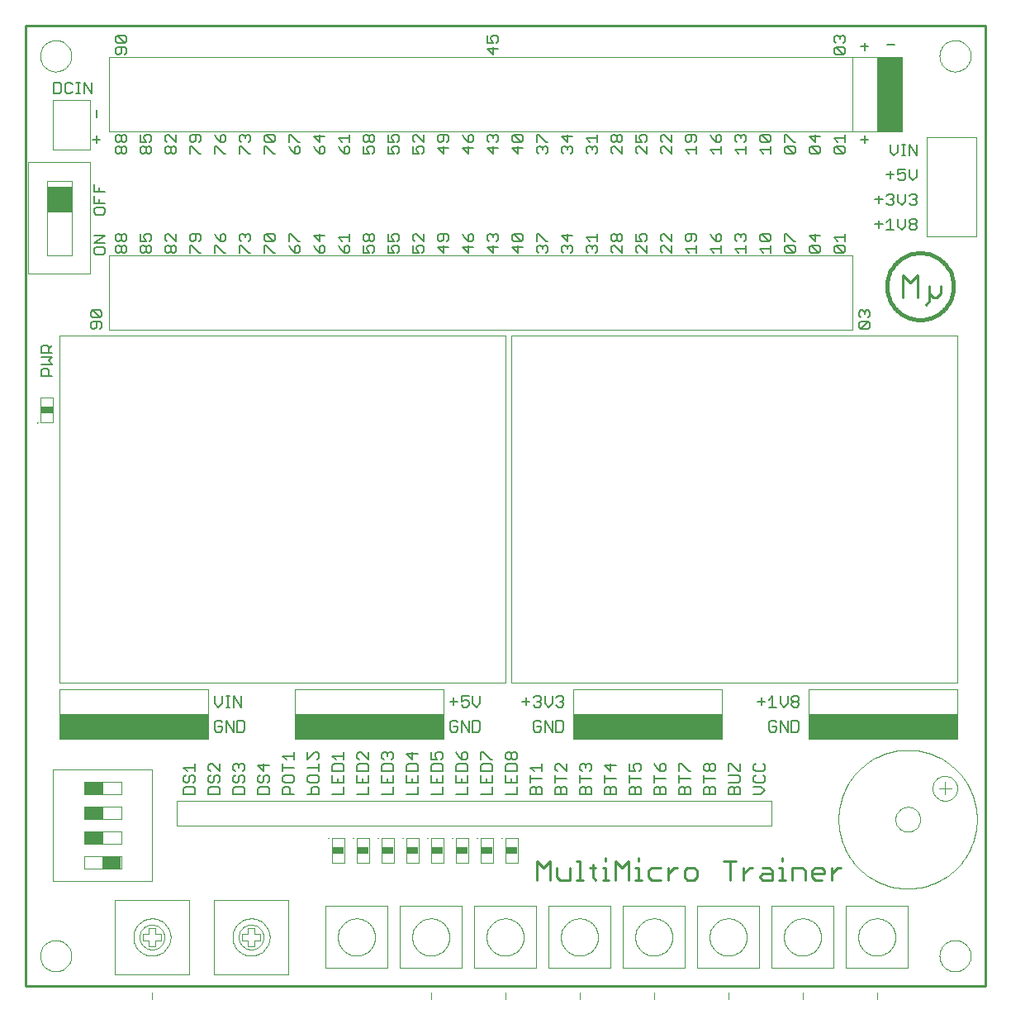
<source format=gto>
G75*
G70*
%OFA0B0*%
%FSLAX24Y24*%
%IPPOS*%
%LPD*%
%AMOC8*
5,1,8,0,0,1.08239X$1,22.5*
%
%ADD10C,0.0100*%
%ADD11C,0.0160*%
%ADD12C,0.0050*%
%ADD13C,0.0090*%
%ADD14C,0.0000*%
%ADD15C,0.0040*%
%ADD16R,0.0750X0.0500*%
%ADD17R,0.6000X0.1000*%
%ADD18R,0.0500X0.0250*%
%ADD19R,0.1000X0.1000*%
%ADD20R,0.1000X0.3000*%
D10*
X002638Y000643D02*
X002638Y039398D01*
X041393Y039398D01*
X041393Y000643D01*
X002638Y000643D01*
X038050Y028427D02*
X038050Y029327D01*
X038350Y029027D01*
X038651Y029327D01*
X038651Y028427D01*
X038971Y028126D02*
X039121Y028277D01*
X039121Y028577D01*
X039271Y028427D01*
X039421Y028427D01*
X039571Y028577D01*
X039571Y028877D01*
X039121Y028877D02*
X039121Y028577D01*
D11*
X037404Y028877D02*
X037406Y028950D01*
X037412Y029023D01*
X037422Y029095D01*
X037435Y029166D01*
X037453Y029237D01*
X037474Y029307D01*
X037500Y029375D01*
X037528Y029442D01*
X037561Y029507D01*
X037597Y029571D01*
X037636Y029632D01*
X037678Y029692D01*
X037724Y029748D01*
X037773Y029803D01*
X037824Y029854D01*
X037879Y029903D01*
X037935Y029949D01*
X037995Y029991D01*
X038056Y030030D01*
X038120Y030066D01*
X038185Y030099D01*
X038252Y030127D01*
X038320Y030153D01*
X038390Y030174D01*
X038461Y030192D01*
X038532Y030205D01*
X038604Y030215D01*
X038677Y030221D01*
X038750Y030223D01*
X038823Y030221D01*
X038896Y030215D01*
X038968Y030205D01*
X039039Y030192D01*
X039110Y030174D01*
X039180Y030153D01*
X039248Y030127D01*
X039315Y030099D01*
X039380Y030066D01*
X039444Y030030D01*
X039505Y029991D01*
X039565Y029949D01*
X039621Y029903D01*
X039676Y029854D01*
X039727Y029803D01*
X039776Y029748D01*
X039822Y029692D01*
X039864Y029632D01*
X039903Y029571D01*
X039939Y029507D01*
X039972Y029442D01*
X040000Y029375D01*
X040026Y029307D01*
X040047Y029237D01*
X040065Y029166D01*
X040078Y029095D01*
X040088Y029023D01*
X040094Y028950D01*
X040096Y028877D01*
X040094Y028804D01*
X040088Y028731D01*
X040078Y028659D01*
X040065Y028588D01*
X040047Y028517D01*
X040026Y028447D01*
X040000Y028379D01*
X039972Y028312D01*
X039939Y028247D01*
X039903Y028183D01*
X039864Y028122D01*
X039822Y028062D01*
X039776Y028006D01*
X039727Y027951D01*
X039676Y027900D01*
X039621Y027851D01*
X039565Y027805D01*
X039505Y027763D01*
X039444Y027724D01*
X039380Y027688D01*
X039315Y027655D01*
X039248Y027627D01*
X039180Y027601D01*
X039110Y027580D01*
X039039Y027562D01*
X038968Y027549D01*
X038896Y027539D01*
X038823Y027533D01*
X038750Y027531D01*
X038677Y027533D01*
X038604Y027539D01*
X038532Y027549D01*
X038461Y027562D01*
X038390Y027580D01*
X038320Y027601D01*
X038252Y027627D01*
X038185Y027655D01*
X038120Y027688D01*
X038056Y027724D01*
X037995Y027763D01*
X037935Y027805D01*
X037879Y027851D01*
X037824Y027900D01*
X037773Y027951D01*
X037724Y028006D01*
X037678Y028062D01*
X037636Y028122D01*
X037597Y028183D01*
X037561Y028247D01*
X037528Y028312D01*
X037500Y028379D01*
X037474Y028447D01*
X037453Y028517D01*
X037435Y028588D01*
X037422Y028659D01*
X037412Y028731D01*
X037406Y028804D01*
X037404Y028877D01*
D12*
X036650Y027912D02*
X036575Y027912D01*
X036500Y027837D01*
X036425Y027912D01*
X036350Y027912D01*
X036275Y027837D01*
X036275Y027687D01*
X036350Y027612D01*
X036350Y027452D02*
X036275Y027377D01*
X036275Y027227D01*
X036350Y027152D01*
X036650Y027452D01*
X036350Y027452D01*
X036650Y027452D02*
X036725Y027377D01*
X036725Y027227D01*
X036650Y027152D01*
X036350Y027152D01*
X036650Y027612D02*
X036725Y027687D01*
X036725Y027837D01*
X036650Y027912D01*
X036500Y027837D02*
X036500Y027762D01*
X035650Y030231D02*
X035350Y030231D01*
X035275Y030306D01*
X035275Y030456D01*
X035350Y030531D01*
X035650Y030231D01*
X035725Y030306D01*
X035725Y030456D01*
X035650Y030531D01*
X035350Y030531D01*
X035425Y030691D02*
X035275Y030841D01*
X035725Y030841D01*
X035725Y030691D02*
X035725Y030992D01*
X034725Y030916D02*
X034275Y030916D01*
X034500Y030691D01*
X034500Y030992D01*
X034350Y030531D02*
X034650Y030531D01*
X034725Y030456D01*
X034725Y030306D01*
X034650Y030231D01*
X034350Y030531D01*
X034275Y030456D01*
X034275Y030306D01*
X034350Y030231D01*
X034650Y030231D01*
X033725Y030306D02*
X033650Y030231D01*
X033350Y030531D01*
X033650Y030531D01*
X033725Y030456D01*
X033725Y030306D01*
X033650Y030231D02*
X033350Y030231D01*
X033275Y030306D01*
X033275Y030456D01*
X033350Y030531D01*
X033275Y030691D02*
X033275Y030992D01*
X033350Y030992D01*
X033650Y030691D01*
X033725Y030691D01*
X032725Y030766D02*
X032650Y030691D01*
X032350Y030992D01*
X032650Y030992D01*
X032725Y030916D01*
X032725Y030766D01*
X032650Y030691D02*
X032350Y030691D01*
X032275Y030766D01*
X032275Y030916D01*
X032350Y030992D01*
X032725Y030531D02*
X032725Y030231D01*
X032725Y030381D02*
X032275Y030381D01*
X032425Y030231D01*
X031725Y030231D02*
X031725Y030531D01*
X031725Y030381D02*
X031275Y030381D01*
X031425Y030231D01*
X031350Y030691D02*
X031275Y030766D01*
X031275Y030916D01*
X031350Y030992D01*
X031425Y030992D01*
X031500Y030916D01*
X031575Y030992D01*
X031650Y030992D01*
X031725Y030916D01*
X031725Y030766D01*
X031650Y030691D01*
X031500Y030841D02*
X031500Y030916D01*
X030725Y030916D02*
X030650Y030992D01*
X030575Y030992D01*
X030500Y030916D01*
X030500Y030691D01*
X030650Y030691D01*
X030725Y030766D01*
X030725Y030916D01*
X030500Y030691D02*
X030350Y030841D01*
X030275Y030992D01*
X029725Y030916D02*
X029650Y030992D01*
X029350Y030992D01*
X029275Y030916D01*
X029275Y030766D01*
X029350Y030691D01*
X029425Y030691D01*
X029500Y030766D01*
X029500Y030992D01*
X029725Y030916D02*
X029725Y030766D01*
X029650Y030691D01*
X029725Y030531D02*
X029725Y030231D01*
X029725Y030381D02*
X029275Y030381D01*
X029425Y030231D01*
X028725Y030231D02*
X028425Y030531D01*
X028350Y030531D01*
X028275Y030456D01*
X028275Y030306D01*
X028350Y030231D01*
X028725Y030231D02*
X028725Y030531D01*
X028725Y030691D02*
X028425Y030992D01*
X028350Y030992D01*
X028275Y030916D01*
X028275Y030766D01*
X028350Y030691D01*
X028725Y030691D02*
X028725Y030992D01*
X027725Y030916D02*
X027725Y030766D01*
X027650Y030691D01*
X027500Y030691D02*
X027425Y030841D01*
X027425Y030916D01*
X027500Y030992D01*
X027650Y030992D01*
X027725Y030916D01*
X027500Y030691D02*
X027275Y030691D01*
X027275Y030992D01*
X027350Y030531D02*
X027275Y030456D01*
X027275Y030306D01*
X027350Y030231D01*
X027350Y030531D02*
X027425Y030531D01*
X027725Y030231D01*
X027725Y030531D01*
X026725Y030531D02*
X026725Y030231D01*
X026425Y030531D01*
X026350Y030531D01*
X026275Y030456D01*
X026275Y030306D01*
X026350Y030231D01*
X026350Y030691D02*
X026425Y030691D01*
X026500Y030766D01*
X026500Y030916D01*
X026575Y030992D01*
X026650Y030992D01*
X026725Y030916D01*
X026725Y030766D01*
X026650Y030691D01*
X026575Y030691D01*
X026500Y030766D01*
X026500Y030916D02*
X026425Y030992D01*
X026350Y030992D01*
X026275Y030916D01*
X026275Y030766D01*
X026350Y030691D01*
X025725Y030691D02*
X025725Y030992D01*
X025725Y030841D02*
X025275Y030841D01*
X025425Y030691D01*
X025425Y030531D02*
X025500Y030456D01*
X025575Y030531D01*
X025650Y030531D01*
X025725Y030456D01*
X025725Y030306D01*
X025650Y030231D01*
X025500Y030381D02*
X025500Y030456D01*
X025425Y030531D02*
X025350Y030531D01*
X025275Y030456D01*
X025275Y030306D01*
X025350Y030231D01*
X024725Y030306D02*
X024725Y030456D01*
X024650Y030531D01*
X024575Y030531D01*
X024500Y030456D01*
X024500Y030381D01*
X024500Y030456D02*
X024425Y030531D01*
X024350Y030531D01*
X024275Y030456D01*
X024275Y030306D01*
X024350Y030231D01*
X024650Y030231D02*
X024725Y030306D01*
X024500Y030691D02*
X024500Y030992D01*
X024725Y030916D02*
X024275Y030916D01*
X024500Y030691D01*
X023725Y030691D02*
X023650Y030691D01*
X023350Y030992D01*
X023275Y030992D01*
X023275Y030691D01*
X023350Y030531D02*
X023275Y030456D01*
X023275Y030306D01*
X023350Y030231D01*
X023500Y030381D02*
X023500Y030456D01*
X023575Y030531D01*
X023650Y030531D01*
X023725Y030456D01*
X023725Y030306D01*
X023650Y030231D01*
X023500Y030456D02*
X023425Y030531D01*
X023350Y030531D01*
X022725Y030456D02*
X022275Y030456D01*
X022500Y030231D01*
X022500Y030531D01*
X022650Y030691D02*
X022350Y030691D01*
X022275Y030766D01*
X022275Y030916D01*
X022350Y030992D01*
X022650Y030691D01*
X022725Y030766D01*
X022725Y030916D01*
X022650Y030992D01*
X022350Y030992D01*
X021725Y030916D02*
X021725Y030766D01*
X021650Y030691D01*
X021500Y030841D02*
X021500Y030916D01*
X021575Y030992D01*
X021650Y030992D01*
X021725Y030916D01*
X021500Y030916D02*
X021425Y030992D01*
X021350Y030992D01*
X021275Y030916D01*
X021275Y030766D01*
X021350Y030691D01*
X021500Y030531D02*
X021500Y030231D01*
X021275Y030456D01*
X021725Y030456D01*
X020725Y030456D02*
X020275Y030456D01*
X020500Y030231D01*
X020500Y030531D01*
X020500Y030691D02*
X020500Y030916D01*
X020575Y030992D01*
X020650Y030992D01*
X020725Y030916D01*
X020725Y030766D01*
X020650Y030691D01*
X020500Y030691D01*
X020350Y030841D01*
X020275Y030992D01*
X019725Y030916D02*
X019650Y030992D01*
X019350Y030992D01*
X019275Y030916D01*
X019275Y030766D01*
X019350Y030691D01*
X019425Y030691D01*
X019500Y030766D01*
X019500Y030992D01*
X019725Y030916D02*
X019725Y030766D01*
X019650Y030691D01*
X019500Y030531D02*
X019500Y030231D01*
X019275Y030456D01*
X019725Y030456D01*
X018725Y030456D02*
X018725Y030306D01*
X018650Y030231D01*
X018500Y030231D02*
X018425Y030381D01*
X018425Y030456D01*
X018500Y030531D01*
X018650Y030531D01*
X018725Y030456D01*
X018725Y030691D02*
X018425Y030992D01*
X018350Y030992D01*
X018275Y030916D01*
X018275Y030766D01*
X018350Y030691D01*
X018275Y030531D02*
X018275Y030231D01*
X018500Y030231D01*
X018725Y030691D02*
X018725Y030992D01*
X017725Y030916D02*
X017725Y030766D01*
X017650Y030691D01*
X017500Y030691D02*
X017425Y030841D01*
X017425Y030916D01*
X017500Y030992D01*
X017650Y030992D01*
X017725Y030916D01*
X017500Y030691D02*
X017275Y030691D01*
X017275Y030992D01*
X017275Y030531D02*
X017275Y030231D01*
X017500Y030231D01*
X017425Y030381D01*
X017425Y030456D01*
X017500Y030531D01*
X017650Y030531D01*
X017725Y030456D01*
X017725Y030306D01*
X017650Y030231D01*
X016725Y030306D02*
X016650Y030231D01*
X016725Y030306D02*
X016725Y030456D01*
X016650Y030531D01*
X016500Y030531D01*
X016425Y030456D01*
X016425Y030381D01*
X016500Y030231D01*
X016275Y030231D01*
X016275Y030531D01*
X016350Y030691D02*
X016425Y030691D01*
X016500Y030766D01*
X016500Y030916D01*
X016575Y030992D01*
X016650Y030992D01*
X016725Y030916D01*
X016725Y030766D01*
X016650Y030691D01*
X016575Y030691D01*
X016500Y030766D01*
X016500Y030916D02*
X016425Y030992D01*
X016350Y030992D01*
X016275Y030916D01*
X016275Y030766D01*
X016350Y030691D01*
X015725Y030691D02*
X015725Y030992D01*
X015725Y030841D02*
X015275Y030841D01*
X015425Y030691D01*
X015575Y030531D02*
X015500Y030456D01*
X015500Y030231D01*
X015650Y030231D01*
X015725Y030306D01*
X015725Y030456D01*
X015650Y030531D01*
X015575Y030531D01*
X015350Y030381D02*
X015500Y030231D01*
X015350Y030381D02*
X015275Y030531D01*
X014725Y030456D02*
X014725Y030306D01*
X014650Y030231D01*
X014500Y030231D01*
X014500Y030456D01*
X014575Y030531D01*
X014650Y030531D01*
X014725Y030456D01*
X014500Y030231D02*
X014350Y030381D01*
X014275Y030531D01*
X014500Y030691D02*
X014500Y030992D01*
X014725Y030916D02*
X014275Y030916D01*
X014500Y030691D01*
X013725Y030691D02*
X013650Y030691D01*
X013350Y030992D01*
X013275Y030992D01*
X013275Y030691D01*
X013275Y030531D02*
X013350Y030381D01*
X013500Y030231D01*
X013500Y030456D01*
X013575Y030531D01*
X013650Y030531D01*
X013725Y030456D01*
X013725Y030306D01*
X013650Y030231D01*
X013500Y030231D01*
X012725Y030231D02*
X012650Y030231D01*
X012350Y030531D01*
X012275Y030531D01*
X012275Y030231D01*
X012350Y030691D02*
X012275Y030766D01*
X012275Y030916D01*
X012350Y030992D01*
X012650Y030691D01*
X012725Y030766D01*
X012725Y030916D01*
X012650Y030992D01*
X012350Y030992D01*
X012350Y030691D02*
X012650Y030691D01*
X011725Y030766D02*
X011650Y030691D01*
X011725Y030766D02*
X011725Y030916D01*
X011650Y030992D01*
X011575Y030992D01*
X011500Y030916D01*
X011500Y030841D01*
X011500Y030916D02*
X011425Y030992D01*
X011350Y030992D01*
X011275Y030916D01*
X011275Y030766D01*
X011350Y030691D01*
X011350Y030531D02*
X011650Y030231D01*
X011725Y030231D01*
X011275Y030231D02*
X011275Y030531D01*
X011350Y030531D01*
X010725Y030766D02*
X010650Y030691D01*
X010500Y030691D01*
X010500Y030916D01*
X010575Y030992D01*
X010650Y030992D01*
X010725Y030916D01*
X010725Y030766D01*
X010500Y030691D02*
X010350Y030841D01*
X010275Y030992D01*
X010275Y030531D02*
X010350Y030531D01*
X010650Y030231D01*
X010725Y030231D01*
X010275Y030231D02*
X010275Y030531D01*
X009725Y030766D02*
X009725Y030916D01*
X009650Y030992D01*
X009350Y030992D01*
X009275Y030916D01*
X009275Y030766D01*
X009350Y030691D01*
X009425Y030691D01*
X009500Y030766D01*
X009500Y030992D01*
X009725Y030766D02*
X009650Y030691D01*
X009350Y030531D02*
X009650Y030231D01*
X009725Y030231D01*
X009275Y030231D02*
X009275Y030531D01*
X009350Y030531D01*
X008725Y030456D02*
X008725Y030306D01*
X008650Y030231D01*
X008575Y030231D01*
X008500Y030306D01*
X008500Y030456D01*
X008575Y030531D01*
X008650Y030531D01*
X008725Y030456D01*
X008500Y030456D02*
X008425Y030531D01*
X008350Y030531D01*
X008275Y030456D01*
X008275Y030306D01*
X008350Y030231D01*
X008425Y030231D01*
X008500Y030306D01*
X008350Y030691D02*
X008275Y030766D01*
X008275Y030916D01*
X008350Y030992D01*
X008425Y030992D01*
X008725Y030691D01*
X008725Y030992D01*
X007725Y030916D02*
X007725Y030766D01*
X007650Y030691D01*
X007500Y030691D02*
X007425Y030841D01*
X007425Y030916D01*
X007500Y030992D01*
X007650Y030992D01*
X007725Y030916D01*
X007500Y030691D02*
X007275Y030691D01*
X007275Y030992D01*
X007350Y030531D02*
X007425Y030531D01*
X007500Y030456D01*
X007500Y030306D01*
X007425Y030231D01*
X007350Y030231D01*
X007275Y030306D01*
X007275Y030456D01*
X007350Y030531D01*
X007500Y030456D02*
X007575Y030531D01*
X007650Y030531D01*
X007725Y030456D01*
X007725Y030306D01*
X007650Y030231D01*
X007575Y030231D01*
X007500Y030306D01*
X006725Y030306D02*
X006725Y030456D01*
X006650Y030531D01*
X006575Y030531D01*
X006500Y030456D01*
X006500Y030306D01*
X006425Y030231D01*
X006350Y030231D01*
X006275Y030306D01*
X006275Y030456D01*
X006350Y030531D01*
X006425Y030531D01*
X006500Y030456D01*
X006500Y030306D02*
X006575Y030231D01*
X006650Y030231D01*
X006725Y030306D01*
X006650Y030691D02*
X006575Y030691D01*
X006500Y030766D01*
X006500Y030916D01*
X006575Y030992D01*
X006650Y030992D01*
X006725Y030916D01*
X006725Y030766D01*
X006650Y030691D01*
X006500Y030766D02*
X006425Y030691D01*
X006350Y030691D01*
X006275Y030766D01*
X006275Y030916D01*
X006350Y030992D01*
X006425Y030992D01*
X006500Y030916D01*
X005850Y030912D02*
X005400Y030912D01*
X005400Y030612D02*
X005850Y030912D01*
X005850Y030612D02*
X005400Y030612D01*
X005475Y030452D02*
X005400Y030377D01*
X005400Y030227D01*
X005475Y030152D01*
X005775Y030152D01*
X005850Y030227D01*
X005850Y030377D01*
X005775Y030452D01*
X005475Y030452D01*
X005475Y031770D02*
X005400Y031846D01*
X005400Y031996D01*
X005475Y032071D01*
X005775Y032071D01*
X005850Y031996D01*
X005850Y031846D01*
X005775Y031770D01*
X005475Y031770D01*
X005400Y032231D02*
X005400Y032531D01*
X005400Y032691D02*
X005400Y032992D01*
X005625Y032841D02*
X005625Y032691D01*
X005850Y032691D02*
X005400Y032691D01*
X005625Y032381D02*
X005625Y032231D01*
X005850Y032231D02*
X005400Y032231D01*
X006350Y034231D02*
X006425Y034231D01*
X006500Y034306D01*
X006500Y034456D01*
X006575Y034531D01*
X006650Y034531D01*
X006725Y034456D01*
X006725Y034306D01*
X006650Y034231D01*
X006575Y034231D01*
X006500Y034306D01*
X006500Y034456D02*
X006425Y034531D01*
X006350Y034531D01*
X006275Y034456D01*
X006275Y034306D01*
X006350Y034231D01*
X006350Y034691D02*
X006425Y034691D01*
X006500Y034766D01*
X006500Y034916D01*
X006575Y034992D01*
X006650Y034992D01*
X006725Y034916D01*
X006725Y034766D01*
X006650Y034691D01*
X006575Y034691D01*
X006500Y034766D01*
X006500Y034916D02*
X006425Y034992D01*
X006350Y034992D01*
X006275Y034916D01*
X006275Y034766D01*
X006350Y034691D01*
X005650Y034802D02*
X005350Y034802D01*
X005500Y034652D02*
X005500Y034952D01*
X005500Y035691D02*
X005500Y035992D01*
X005303Y036652D02*
X005303Y037102D01*
X005003Y037102D02*
X005303Y036652D01*
X005003Y036652D02*
X005003Y037102D01*
X004846Y037102D02*
X004696Y037102D01*
X004771Y037102D02*
X004771Y036652D01*
X004696Y036652D02*
X004846Y036652D01*
X004536Y036727D02*
X004461Y036652D01*
X004310Y036652D01*
X004235Y036727D01*
X004235Y037027D01*
X004310Y037102D01*
X004461Y037102D01*
X004536Y037027D01*
X004075Y037027D02*
X004000Y037102D01*
X003775Y037102D01*
X003775Y036652D01*
X004000Y036652D01*
X004075Y036727D01*
X004075Y037027D01*
X006275Y038306D02*
X006350Y038231D01*
X006425Y038231D01*
X006500Y038306D01*
X006500Y038531D01*
X006650Y038531D02*
X006350Y038531D01*
X006275Y038456D01*
X006275Y038306D01*
X006650Y038231D02*
X006725Y038306D01*
X006725Y038456D01*
X006650Y038531D01*
X006650Y038691D02*
X006350Y038992D01*
X006650Y038992D01*
X006725Y038916D01*
X006725Y038766D01*
X006650Y038691D01*
X006350Y038691D01*
X006275Y038766D01*
X006275Y038916D01*
X006350Y038992D01*
X007275Y034992D02*
X007275Y034691D01*
X007500Y034691D01*
X007425Y034841D01*
X007425Y034916D01*
X007500Y034992D01*
X007650Y034992D01*
X007725Y034916D01*
X007725Y034766D01*
X007650Y034691D01*
X007650Y034531D02*
X007725Y034456D01*
X007725Y034306D01*
X007650Y034231D01*
X007575Y034231D01*
X007500Y034306D01*
X007500Y034456D01*
X007575Y034531D01*
X007650Y034531D01*
X007500Y034456D02*
X007425Y034531D01*
X007350Y034531D01*
X007275Y034456D01*
X007275Y034306D01*
X007350Y034231D01*
X007425Y034231D01*
X007500Y034306D01*
X008275Y034306D02*
X008275Y034456D01*
X008350Y034531D01*
X008425Y034531D01*
X008500Y034456D01*
X008500Y034306D01*
X008425Y034231D01*
X008350Y034231D01*
X008275Y034306D01*
X008500Y034306D02*
X008575Y034231D01*
X008650Y034231D01*
X008725Y034306D01*
X008725Y034456D01*
X008650Y034531D01*
X008575Y034531D01*
X008500Y034456D01*
X008350Y034691D02*
X008275Y034766D01*
X008275Y034916D01*
X008350Y034992D01*
X008425Y034992D01*
X008725Y034691D01*
X008725Y034992D01*
X009275Y034916D02*
X009275Y034766D01*
X009350Y034691D01*
X009425Y034691D01*
X009500Y034766D01*
X009500Y034992D01*
X009650Y034992D02*
X009350Y034992D01*
X009275Y034916D01*
X009650Y034992D02*
X009725Y034916D01*
X009725Y034766D01*
X009650Y034691D01*
X009350Y034531D02*
X009650Y034231D01*
X009725Y034231D01*
X009275Y034231D02*
X009275Y034531D01*
X009350Y034531D01*
X010275Y034531D02*
X010350Y034531D01*
X010650Y034231D01*
X010725Y034231D01*
X010275Y034231D02*
X010275Y034531D01*
X010500Y034691D02*
X010350Y034841D01*
X010275Y034992D01*
X010500Y034916D02*
X010500Y034691D01*
X010650Y034691D01*
X010725Y034766D01*
X010725Y034916D01*
X010650Y034992D01*
X010575Y034992D01*
X010500Y034916D01*
X011275Y034916D02*
X011350Y034992D01*
X011425Y034992D01*
X011500Y034916D01*
X011575Y034992D01*
X011650Y034992D01*
X011725Y034916D01*
X011725Y034766D01*
X011650Y034691D01*
X011500Y034841D02*
X011500Y034916D01*
X011275Y034916D02*
X011275Y034766D01*
X011350Y034691D01*
X011350Y034531D02*
X011650Y034231D01*
X011725Y034231D01*
X011275Y034231D02*
X011275Y034531D01*
X011350Y034531D01*
X012275Y034531D02*
X012350Y034531D01*
X012650Y034231D01*
X012725Y034231D01*
X012275Y034231D02*
X012275Y034531D01*
X012350Y034691D02*
X012275Y034766D01*
X012275Y034916D01*
X012350Y034992D01*
X012650Y034691D01*
X012725Y034766D01*
X012725Y034916D01*
X012650Y034992D01*
X012350Y034992D01*
X012350Y034691D02*
X012650Y034691D01*
X013275Y034691D02*
X013275Y034992D01*
X013350Y034992D01*
X013650Y034691D01*
X013725Y034691D01*
X013650Y034531D02*
X013575Y034531D01*
X013500Y034456D01*
X013500Y034231D01*
X013650Y034231D01*
X013725Y034306D01*
X013725Y034456D01*
X013650Y034531D01*
X013350Y034381D02*
X013500Y034231D01*
X013350Y034381D02*
X013275Y034531D01*
X014275Y034531D02*
X014350Y034381D01*
X014500Y034231D01*
X014500Y034456D01*
X014575Y034531D01*
X014650Y034531D01*
X014725Y034456D01*
X014725Y034306D01*
X014650Y034231D01*
X014500Y034231D01*
X014500Y034691D02*
X014500Y034992D01*
X014725Y034916D02*
X014275Y034916D01*
X014500Y034691D01*
X015275Y034841D02*
X015725Y034841D01*
X015725Y034691D02*
X015725Y034992D01*
X015425Y034691D02*
X015275Y034841D01*
X015275Y034531D02*
X015350Y034381D01*
X015500Y034231D01*
X015500Y034456D01*
X015575Y034531D01*
X015650Y034531D01*
X015725Y034456D01*
X015725Y034306D01*
X015650Y034231D01*
X015500Y034231D01*
X016275Y034231D02*
X016500Y034231D01*
X016425Y034381D01*
X016425Y034456D01*
X016500Y034531D01*
X016650Y034531D01*
X016725Y034456D01*
X016725Y034306D01*
X016650Y034231D01*
X016275Y034231D02*
X016275Y034531D01*
X016350Y034691D02*
X016425Y034691D01*
X016500Y034766D01*
X016500Y034916D01*
X016575Y034992D01*
X016650Y034992D01*
X016725Y034916D01*
X016725Y034766D01*
X016650Y034691D01*
X016575Y034691D01*
X016500Y034766D01*
X016500Y034916D02*
X016425Y034992D01*
X016350Y034992D01*
X016275Y034916D01*
X016275Y034766D01*
X016350Y034691D01*
X017275Y034691D02*
X017500Y034691D01*
X017425Y034841D01*
X017425Y034916D01*
X017500Y034992D01*
X017650Y034992D01*
X017725Y034916D01*
X017725Y034766D01*
X017650Y034691D01*
X017650Y034531D02*
X017500Y034531D01*
X017425Y034456D01*
X017425Y034381D01*
X017500Y034231D01*
X017275Y034231D01*
X017275Y034531D01*
X017275Y034691D02*
X017275Y034992D01*
X017650Y034531D02*
X017725Y034456D01*
X017725Y034306D01*
X017650Y034231D01*
X018275Y034231D02*
X018500Y034231D01*
X018425Y034381D01*
X018425Y034456D01*
X018500Y034531D01*
X018650Y034531D01*
X018725Y034456D01*
X018725Y034306D01*
X018650Y034231D01*
X018275Y034231D02*
X018275Y034531D01*
X018350Y034691D02*
X018275Y034766D01*
X018275Y034916D01*
X018350Y034992D01*
X018425Y034992D01*
X018725Y034691D01*
X018725Y034992D01*
X019275Y034916D02*
X019275Y034766D01*
X019350Y034691D01*
X019425Y034691D01*
X019500Y034766D01*
X019500Y034992D01*
X019650Y034992D02*
X019350Y034992D01*
X019275Y034916D01*
X019650Y034992D02*
X019725Y034916D01*
X019725Y034766D01*
X019650Y034691D01*
X019500Y034531D02*
X019500Y034231D01*
X019275Y034456D01*
X019725Y034456D01*
X020275Y034456D02*
X020500Y034231D01*
X020500Y034531D01*
X020500Y034691D02*
X020350Y034841D01*
X020275Y034992D01*
X020500Y034916D02*
X020500Y034691D01*
X020650Y034691D01*
X020725Y034766D01*
X020725Y034916D01*
X020650Y034992D01*
X020575Y034992D01*
X020500Y034916D01*
X020725Y034456D02*
X020275Y034456D01*
X021275Y034456D02*
X021500Y034231D01*
X021500Y034531D01*
X021650Y034691D02*
X021725Y034766D01*
X021725Y034916D01*
X021650Y034992D01*
X021575Y034992D01*
X021500Y034916D01*
X021500Y034841D01*
X021500Y034916D02*
X021425Y034992D01*
X021350Y034992D01*
X021275Y034916D01*
X021275Y034766D01*
X021350Y034691D01*
X021275Y034456D02*
X021725Y034456D01*
X022275Y034456D02*
X022500Y034231D01*
X022500Y034531D01*
X022650Y034691D02*
X022350Y034691D01*
X022275Y034766D01*
X022275Y034916D01*
X022350Y034992D01*
X022650Y034691D01*
X022725Y034766D01*
X022725Y034916D01*
X022650Y034992D01*
X022350Y034992D01*
X022275Y034456D02*
X022725Y034456D01*
X023275Y034456D02*
X023350Y034531D01*
X023425Y034531D01*
X023500Y034456D01*
X023575Y034531D01*
X023650Y034531D01*
X023725Y034456D01*
X023725Y034306D01*
X023650Y034231D01*
X023500Y034381D02*
X023500Y034456D01*
X023275Y034456D02*
X023275Y034306D01*
X023350Y034231D01*
X023275Y034691D02*
X023275Y034992D01*
X023350Y034992D01*
X023650Y034691D01*
X023725Y034691D01*
X024275Y034916D02*
X024500Y034691D01*
X024500Y034992D01*
X024725Y034916D02*
X024275Y034916D01*
X024350Y034531D02*
X024425Y034531D01*
X024500Y034456D01*
X024575Y034531D01*
X024650Y034531D01*
X024725Y034456D01*
X024725Y034306D01*
X024650Y034231D01*
X024500Y034381D02*
X024500Y034456D01*
X024350Y034531D02*
X024275Y034456D01*
X024275Y034306D01*
X024350Y034231D01*
X025275Y034306D02*
X025275Y034456D01*
X025350Y034531D01*
X025425Y034531D01*
X025500Y034456D01*
X025575Y034531D01*
X025650Y034531D01*
X025725Y034456D01*
X025725Y034306D01*
X025650Y034231D01*
X025500Y034381D02*
X025500Y034456D01*
X025425Y034691D02*
X025275Y034841D01*
X025725Y034841D01*
X025725Y034691D02*
X025725Y034992D01*
X026275Y034916D02*
X026350Y034992D01*
X026425Y034992D01*
X026500Y034916D01*
X026500Y034766D01*
X026425Y034691D01*
X026350Y034691D01*
X026275Y034766D01*
X026275Y034916D01*
X026500Y034916D02*
X026575Y034992D01*
X026650Y034992D01*
X026725Y034916D01*
X026725Y034766D01*
X026650Y034691D01*
X026575Y034691D01*
X026500Y034766D01*
X026425Y034531D02*
X026350Y034531D01*
X026275Y034456D01*
X026275Y034306D01*
X026350Y034231D01*
X026425Y034531D02*
X026725Y034231D01*
X026725Y034531D01*
X027275Y034456D02*
X027275Y034306D01*
X027350Y034231D01*
X027275Y034456D02*
X027350Y034531D01*
X027425Y034531D01*
X027725Y034231D01*
X027725Y034531D01*
X027650Y034691D02*
X027725Y034766D01*
X027725Y034916D01*
X027650Y034992D01*
X027500Y034992D01*
X027425Y034916D01*
X027425Y034841D01*
X027500Y034691D01*
X027275Y034691D01*
X027275Y034992D01*
X028275Y034916D02*
X028275Y034766D01*
X028350Y034691D01*
X028350Y034531D02*
X028275Y034456D01*
X028275Y034306D01*
X028350Y034231D01*
X028350Y034531D02*
X028425Y034531D01*
X028725Y034231D01*
X028725Y034531D01*
X028725Y034691D02*
X028425Y034992D01*
X028350Y034992D01*
X028275Y034916D01*
X028725Y034992D02*
X028725Y034691D01*
X029275Y034766D02*
X029350Y034691D01*
X029425Y034691D01*
X029500Y034766D01*
X029500Y034992D01*
X029650Y034992D02*
X029350Y034992D01*
X029275Y034916D01*
X029275Y034766D01*
X029650Y034691D02*
X029725Y034766D01*
X029725Y034916D01*
X029650Y034992D01*
X030275Y034992D02*
X030350Y034841D01*
X030500Y034691D01*
X030500Y034916D01*
X030575Y034992D01*
X030650Y034992D01*
X030725Y034916D01*
X030725Y034766D01*
X030650Y034691D01*
X030500Y034691D01*
X030725Y034531D02*
X030725Y034231D01*
X030725Y034381D02*
X030275Y034381D01*
X030425Y034231D01*
X029725Y034231D02*
X029725Y034531D01*
X029725Y034381D02*
X029275Y034381D01*
X029425Y034231D01*
X031275Y034381D02*
X031725Y034381D01*
X031725Y034231D02*
X031725Y034531D01*
X031650Y034691D02*
X031725Y034766D01*
X031725Y034916D01*
X031650Y034992D01*
X031575Y034992D01*
X031500Y034916D01*
X031500Y034841D01*
X031500Y034916D02*
X031425Y034992D01*
X031350Y034992D01*
X031275Y034916D01*
X031275Y034766D01*
X031350Y034691D01*
X031275Y034381D02*
X031425Y034231D01*
X032275Y034381D02*
X032725Y034381D01*
X032725Y034231D02*
X032725Y034531D01*
X032650Y034691D02*
X032350Y034691D01*
X032275Y034766D01*
X032275Y034916D01*
X032350Y034992D01*
X032650Y034691D01*
X032725Y034766D01*
X032725Y034916D01*
X032650Y034992D01*
X032350Y034992D01*
X032275Y034381D02*
X032425Y034231D01*
X033275Y034306D02*
X033275Y034456D01*
X033350Y034531D01*
X033650Y034231D01*
X033725Y034306D01*
X033725Y034456D01*
X033650Y034531D01*
X033350Y034531D01*
X033275Y034691D02*
X033275Y034992D01*
X033350Y034992D01*
X033650Y034691D01*
X033725Y034691D01*
X033650Y034231D02*
X033350Y034231D01*
X033275Y034306D01*
X034275Y034306D02*
X034275Y034456D01*
X034350Y034531D01*
X034650Y034231D01*
X034725Y034306D01*
X034725Y034456D01*
X034650Y034531D01*
X034350Y034531D01*
X034500Y034691D02*
X034500Y034992D01*
X034725Y034916D02*
X034275Y034916D01*
X034500Y034691D01*
X034275Y034306D02*
X034350Y034231D01*
X034650Y034231D01*
X035275Y034306D02*
X035275Y034456D01*
X035350Y034531D01*
X035650Y034231D01*
X035725Y034306D01*
X035725Y034456D01*
X035650Y034531D01*
X035350Y034531D01*
X035425Y034691D02*
X035275Y034841D01*
X035725Y034841D01*
X035725Y034691D02*
X035725Y034992D01*
X036350Y034802D02*
X036650Y034802D01*
X036500Y034652D02*
X036500Y034952D01*
X035650Y034231D02*
X035350Y034231D01*
X035275Y034306D01*
X037084Y032527D02*
X037084Y032227D01*
X036933Y032377D02*
X037234Y032377D01*
X037394Y032527D02*
X037469Y032602D01*
X037619Y032602D01*
X037694Y032527D01*
X037694Y032452D01*
X037619Y032377D01*
X037694Y032302D01*
X037694Y032227D01*
X037619Y032152D01*
X037469Y032152D01*
X037394Y032227D01*
X037544Y032377D02*
X037619Y032377D01*
X037854Y032302D02*
X038004Y032152D01*
X038154Y032302D01*
X038154Y032602D01*
X038315Y032527D02*
X038390Y032602D01*
X038540Y032602D01*
X038615Y032527D01*
X038615Y032452D01*
X038540Y032377D01*
X038615Y032302D01*
X038615Y032227D01*
X038540Y032152D01*
X038390Y032152D01*
X038315Y032227D01*
X038465Y032377D02*
X038540Y032377D01*
X038540Y031602D02*
X038615Y031527D01*
X038615Y031452D01*
X038540Y031377D01*
X038390Y031377D01*
X038315Y031452D01*
X038315Y031527D01*
X038390Y031602D01*
X038540Y031602D01*
X038540Y031377D02*
X038615Y031302D01*
X038615Y031227D01*
X038540Y031152D01*
X038390Y031152D01*
X038315Y031227D01*
X038315Y031302D01*
X038390Y031377D01*
X038154Y031302D02*
X038004Y031152D01*
X037854Y031302D01*
X037854Y031602D01*
X038154Y031602D02*
X038154Y031302D01*
X037694Y031152D02*
X037394Y031152D01*
X037544Y031152D02*
X037544Y031602D01*
X037394Y031452D01*
X037234Y031377D02*
X036933Y031377D01*
X037084Y031527D02*
X037084Y031227D01*
X037854Y032302D02*
X037854Y032602D01*
X037929Y033152D02*
X037854Y033227D01*
X037929Y033152D02*
X038079Y033152D01*
X038154Y033227D01*
X038154Y033377D01*
X038079Y033452D01*
X038004Y033452D01*
X037854Y033377D01*
X037854Y033602D01*
X038154Y033602D01*
X038315Y033602D02*
X038315Y033302D01*
X038465Y033152D01*
X038615Y033302D01*
X038615Y033602D01*
X038615Y034152D02*
X038615Y034602D01*
X038315Y034602D02*
X038315Y034152D01*
X038158Y034152D02*
X038008Y034152D01*
X038083Y034152D02*
X038083Y034602D01*
X038008Y034602D02*
X038158Y034602D01*
X038315Y034602D02*
X038615Y034152D01*
X037848Y034302D02*
X037848Y034602D01*
X037848Y034302D02*
X037697Y034152D01*
X037547Y034302D01*
X037547Y034602D01*
X037544Y033527D02*
X037544Y033227D01*
X037394Y033377D02*
X037694Y033377D01*
X035650Y038231D02*
X035350Y038231D01*
X035275Y038306D01*
X035275Y038456D01*
X035350Y038531D01*
X035650Y038231D01*
X035725Y038306D01*
X035725Y038456D01*
X035650Y038531D01*
X035350Y038531D01*
X035350Y038691D02*
X035275Y038766D01*
X035275Y038916D01*
X035350Y038992D01*
X035425Y038992D01*
X035500Y038916D01*
X035575Y038992D01*
X035650Y038992D01*
X035725Y038916D01*
X035725Y038766D01*
X035650Y038691D01*
X035500Y038841D02*
X035500Y038916D01*
X036350Y038552D02*
X036650Y038552D01*
X036500Y038402D02*
X036500Y038702D01*
X037425Y038627D02*
X037725Y038627D01*
X030725Y030531D02*
X030725Y030231D01*
X030725Y030381D02*
X030275Y030381D01*
X030425Y030231D01*
X025350Y034231D02*
X025275Y034306D01*
X021500Y038231D02*
X021500Y038531D01*
X021500Y038691D02*
X021425Y038841D01*
X021425Y038916D01*
X021500Y038992D01*
X021650Y038992D01*
X021725Y038916D01*
X021725Y038766D01*
X021650Y038691D01*
X021500Y038691D02*
X021275Y038691D01*
X021275Y038992D01*
X021275Y038456D02*
X021500Y038231D01*
X021725Y038456D02*
X021275Y038456D01*
X005725Y027837D02*
X005725Y027687D01*
X005650Y027612D01*
X005350Y027912D01*
X005650Y027912D01*
X005725Y027837D01*
X005650Y027612D02*
X005350Y027612D01*
X005275Y027687D01*
X005275Y027837D01*
X005350Y027912D01*
X005350Y027452D02*
X005275Y027377D01*
X005275Y027227D01*
X005350Y027152D01*
X005425Y027152D01*
X005500Y027227D01*
X005500Y027452D01*
X005650Y027452D02*
X005350Y027452D01*
X005650Y027452D02*
X005725Y027377D01*
X005725Y027227D01*
X005650Y027152D01*
X003725Y026492D02*
X003575Y026341D01*
X003575Y026416D02*
X003575Y026191D01*
X003725Y026191D02*
X003275Y026191D01*
X003275Y026416D01*
X003350Y026492D01*
X003500Y026492D01*
X003575Y026416D01*
X003725Y026031D02*
X003275Y026031D01*
X003275Y025731D02*
X003725Y025731D01*
X003575Y025881D01*
X003725Y026031D01*
X003500Y025571D02*
X003575Y025496D01*
X003575Y025270D01*
X003725Y025270D02*
X003275Y025270D01*
X003275Y025496D01*
X003350Y025571D01*
X003500Y025571D01*
X010275Y012352D02*
X010275Y012052D01*
X010425Y011902D01*
X010575Y012052D01*
X010575Y012352D01*
X010735Y012352D02*
X010886Y012352D01*
X010810Y012352D02*
X010810Y011902D01*
X010735Y011902D02*
X010886Y011902D01*
X011042Y011902D02*
X011042Y012352D01*
X011343Y011902D01*
X011343Y012352D01*
X011421Y011352D02*
X011196Y011352D01*
X011196Y010902D01*
X011421Y010902D01*
X011496Y010977D01*
X011496Y011277D01*
X011421Y011352D01*
X011036Y011352D02*
X011036Y010902D01*
X010735Y011352D01*
X010735Y010902D01*
X010575Y010977D02*
X010500Y010902D01*
X010350Y010902D01*
X010275Y010977D01*
X010275Y011277D01*
X010350Y011352D01*
X010500Y011352D01*
X010575Y011277D01*
X010575Y011127D02*
X010425Y011127D01*
X010575Y011127D02*
X010575Y010977D01*
X010475Y009623D02*
X010475Y009322D01*
X010175Y009623D01*
X010100Y009623D01*
X010025Y009548D01*
X010025Y009398D01*
X010100Y009322D01*
X010100Y009162D02*
X010025Y009087D01*
X010025Y008937D01*
X010100Y008862D01*
X010175Y008862D01*
X010250Y008937D01*
X010250Y009087D01*
X010325Y009162D01*
X010400Y009162D01*
X010475Y009087D01*
X010475Y008937D01*
X010400Y008862D01*
X010400Y008702D02*
X010100Y008702D01*
X010025Y008627D01*
X010025Y008402D01*
X010475Y008402D01*
X010475Y008627D01*
X010400Y008702D01*
X011025Y008627D02*
X011025Y008402D01*
X011475Y008402D01*
X011475Y008627D01*
X011400Y008702D01*
X011100Y008702D01*
X011025Y008627D01*
X011100Y008862D02*
X011175Y008862D01*
X011250Y008937D01*
X011250Y009087D01*
X011325Y009162D01*
X011400Y009162D01*
X011475Y009087D01*
X011475Y008937D01*
X011400Y008862D01*
X011100Y008862D02*
X011025Y008937D01*
X011025Y009087D01*
X011100Y009162D01*
X011100Y009322D02*
X011025Y009398D01*
X011025Y009548D01*
X011100Y009623D01*
X011175Y009623D01*
X011250Y009548D01*
X011325Y009623D01*
X011400Y009623D01*
X011475Y009548D01*
X011475Y009398D01*
X011400Y009322D01*
X011250Y009473D02*
X011250Y009548D01*
X012025Y009548D02*
X012250Y009322D01*
X012250Y009623D01*
X012475Y009548D02*
X012025Y009548D01*
X012100Y009162D02*
X012025Y009087D01*
X012025Y008937D01*
X012100Y008862D01*
X012175Y008862D01*
X012250Y008937D01*
X012250Y009087D01*
X012325Y009162D01*
X012400Y009162D01*
X012475Y009087D01*
X012475Y008937D01*
X012400Y008862D01*
X012400Y008702D02*
X012100Y008702D01*
X012025Y008627D01*
X012025Y008402D01*
X012475Y008402D01*
X012475Y008627D01*
X012400Y008702D01*
X013025Y008627D02*
X013025Y008402D01*
X013475Y008402D01*
X013325Y008402D02*
X013325Y008627D01*
X013250Y008702D01*
X013100Y008702D01*
X013025Y008627D01*
X013100Y008862D02*
X013400Y008862D01*
X013475Y008937D01*
X013475Y009087D01*
X013400Y009162D01*
X013100Y009162D01*
X013025Y009087D01*
X013025Y008937D01*
X013100Y008862D01*
X013025Y009322D02*
X013025Y009623D01*
X013025Y009473D02*
X013475Y009473D01*
X013475Y009783D02*
X013475Y010083D01*
X013475Y009933D02*
X013025Y009933D01*
X013175Y009783D01*
X014025Y009783D02*
X014325Y010083D01*
X014400Y010083D01*
X014475Y010008D01*
X014475Y009858D01*
X014400Y009783D01*
X014475Y009623D02*
X014475Y009322D01*
X014475Y009473D02*
X014025Y009473D01*
X014025Y009783D02*
X014025Y010083D01*
X014100Y009162D02*
X014400Y009162D01*
X014475Y009087D01*
X014475Y008937D01*
X014400Y008862D01*
X014100Y008862D01*
X014025Y008937D01*
X014025Y009087D01*
X014100Y009162D01*
X014250Y008702D02*
X014175Y008627D01*
X014175Y008402D01*
X014025Y008402D02*
X014475Y008402D01*
X014475Y008627D01*
X014400Y008702D01*
X014250Y008702D01*
X015025Y008862D02*
X015475Y008862D01*
X015475Y009162D01*
X015475Y009322D02*
X015025Y009322D01*
X015025Y009548D01*
X015100Y009623D01*
X015400Y009623D01*
X015475Y009548D01*
X015475Y009322D01*
X015250Y009012D02*
X015250Y008862D01*
X015025Y008862D02*
X015025Y009162D01*
X015475Y008702D02*
X015475Y008402D01*
X015025Y008402D01*
X016025Y008402D02*
X016475Y008402D01*
X016475Y008702D01*
X016475Y008862D02*
X016025Y008862D01*
X016025Y009162D01*
X016025Y009322D02*
X016025Y009548D01*
X016100Y009623D01*
X016400Y009623D01*
X016475Y009548D01*
X016475Y009322D01*
X016025Y009322D01*
X016250Y009012D02*
X016250Y008862D01*
X016475Y008862D02*
X016475Y009162D01*
X017025Y009162D02*
X017025Y008862D01*
X017475Y008862D01*
X017475Y009162D01*
X017475Y009322D02*
X017025Y009322D01*
X017025Y009548D01*
X017100Y009623D01*
X017400Y009623D01*
X017475Y009548D01*
X017475Y009322D01*
X017250Y009012D02*
X017250Y008862D01*
X017475Y008702D02*
X017475Y008402D01*
X017025Y008402D01*
X018025Y008402D02*
X018475Y008402D01*
X018475Y008702D01*
X018475Y008862D02*
X018025Y008862D01*
X018025Y009162D01*
X018025Y009322D02*
X018025Y009548D01*
X018100Y009623D01*
X018400Y009623D01*
X018475Y009548D01*
X018475Y009322D01*
X018025Y009322D01*
X018250Y009012D02*
X018250Y008862D01*
X018475Y008862D02*
X018475Y009162D01*
X019025Y009162D02*
X019025Y008862D01*
X019475Y008862D01*
X019475Y009162D01*
X019475Y009322D02*
X019025Y009322D01*
X019025Y009548D01*
X019100Y009623D01*
X019400Y009623D01*
X019475Y009548D01*
X019475Y009322D01*
X019250Y009012D02*
X019250Y008862D01*
X019475Y008702D02*
X019475Y008402D01*
X019025Y008402D01*
X020025Y008402D02*
X020475Y008402D01*
X020475Y008702D01*
X020475Y008862D02*
X020025Y008862D01*
X020025Y009162D01*
X020025Y009322D02*
X020025Y009548D01*
X020100Y009623D01*
X020400Y009623D01*
X020475Y009548D01*
X020475Y009322D01*
X020025Y009322D01*
X020250Y009012D02*
X020250Y008862D01*
X020475Y008862D02*
X020475Y009162D01*
X021025Y009162D02*
X021025Y008862D01*
X021475Y008862D01*
X021475Y009162D01*
X021475Y009322D02*
X021025Y009322D01*
X021025Y009548D01*
X021100Y009623D01*
X021400Y009623D01*
X021475Y009548D01*
X021475Y009322D01*
X021250Y009012D02*
X021250Y008862D01*
X021475Y008702D02*
X021475Y008402D01*
X021025Y008402D01*
X022025Y008402D02*
X022475Y008402D01*
X022475Y008702D01*
X022475Y008862D02*
X022025Y008862D01*
X022025Y009162D01*
X022025Y009322D02*
X022025Y009548D01*
X022100Y009623D01*
X022400Y009623D01*
X022475Y009548D01*
X022475Y009322D01*
X022025Y009322D01*
X022250Y009012D02*
X022250Y008862D01*
X022475Y008862D02*
X022475Y009162D01*
X023025Y009162D02*
X023025Y008862D01*
X023025Y009012D02*
X023475Y009012D01*
X023475Y009322D02*
X023475Y009623D01*
X023475Y009473D02*
X023025Y009473D01*
X023175Y009322D01*
X023175Y008702D02*
X023250Y008627D01*
X023250Y008402D01*
X023250Y008627D02*
X023325Y008702D01*
X023400Y008702D01*
X023475Y008627D01*
X023475Y008402D01*
X023025Y008402D01*
X023025Y008627D01*
X023100Y008702D01*
X023175Y008702D01*
X024025Y008627D02*
X024025Y008402D01*
X024475Y008402D01*
X024475Y008627D01*
X024400Y008702D01*
X024325Y008702D01*
X024250Y008627D01*
X024250Y008402D01*
X024250Y008627D02*
X024175Y008702D01*
X024100Y008702D01*
X024025Y008627D01*
X024025Y008862D02*
X024025Y009162D01*
X024025Y009012D02*
X024475Y009012D01*
X024475Y009322D02*
X024175Y009623D01*
X024100Y009623D01*
X024025Y009548D01*
X024025Y009398D01*
X024100Y009322D01*
X024475Y009322D02*
X024475Y009623D01*
X025025Y009548D02*
X025100Y009623D01*
X025175Y009623D01*
X025250Y009548D01*
X025325Y009623D01*
X025400Y009623D01*
X025475Y009548D01*
X025475Y009398D01*
X025400Y009322D01*
X025250Y009473D02*
X025250Y009548D01*
X025025Y009548D02*
X025025Y009398D01*
X025100Y009322D01*
X025025Y009162D02*
X025025Y008862D01*
X025025Y009012D02*
X025475Y009012D01*
X025400Y008702D02*
X025475Y008627D01*
X025475Y008402D01*
X025025Y008402D01*
X025025Y008627D01*
X025100Y008702D01*
X025175Y008702D01*
X025250Y008627D01*
X025250Y008402D01*
X025250Y008627D02*
X025325Y008702D01*
X025400Y008702D01*
X026025Y008627D02*
X026025Y008402D01*
X026475Y008402D01*
X026475Y008627D01*
X026400Y008702D01*
X026325Y008702D01*
X026250Y008627D01*
X026250Y008402D01*
X026250Y008627D02*
X026175Y008702D01*
X026100Y008702D01*
X026025Y008627D01*
X026025Y008862D02*
X026025Y009162D01*
X026025Y009012D02*
X026475Y009012D01*
X026250Y009322D02*
X026250Y009623D01*
X026475Y009548D02*
X026025Y009548D01*
X026250Y009322D01*
X027025Y009322D02*
X027250Y009322D01*
X027175Y009473D01*
X027175Y009548D01*
X027250Y009623D01*
X027400Y009623D01*
X027475Y009548D01*
X027475Y009398D01*
X027400Y009322D01*
X027475Y009012D02*
X027025Y009012D01*
X027025Y008862D02*
X027025Y009162D01*
X027025Y009322D02*
X027025Y009623D01*
X027100Y008702D02*
X027025Y008627D01*
X027025Y008402D01*
X027475Y008402D01*
X027475Y008627D01*
X027400Y008702D01*
X027325Y008702D01*
X027250Y008627D01*
X027250Y008402D01*
X027250Y008627D02*
X027175Y008702D01*
X027100Y008702D01*
X028025Y008627D02*
X028025Y008402D01*
X028475Y008402D01*
X028475Y008627D01*
X028400Y008702D01*
X028325Y008702D01*
X028250Y008627D01*
X028250Y008402D01*
X028250Y008627D02*
X028175Y008702D01*
X028100Y008702D01*
X028025Y008627D01*
X028025Y008862D02*
X028025Y009162D01*
X028025Y009012D02*
X028475Y009012D01*
X028400Y009322D02*
X028250Y009322D01*
X028250Y009548D01*
X028325Y009623D01*
X028400Y009623D01*
X028475Y009548D01*
X028475Y009398D01*
X028400Y009322D01*
X028250Y009322D02*
X028100Y009473D01*
X028025Y009623D01*
X029025Y009623D02*
X029100Y009623D01*
X029400Y009322D01*
X029475Y009322D01*
X029475Y009012D02*
X029025Y009012D01*
X029025Y008862D02*
X029025Y009162D01*
X029025Y009322D02*
X029025Y009623D01*
X029100Y008702D02*
X029175Y008702D01*
X029250Y008627D01*
X029250Y008402D01*
X029250Y008627D02*
X029325Y008702D01*
X029400Y008702D01*
X029475Y008627D01*
X029475Y008402D01*
X029025Y008402D01*
X029025Y008627D01*
X029100Y008702D01*
X030025Y008627D02*
X030025Y008402D01*
X030475Y008402D01*
X030475Y008627D01*
X030400Y008702D01*
X030325Y008702D01*
X030250Y008627D01*
X030250Y008402D01*
X030250Y008627D02*
X030175Y008702D01*
X030100Y008702D01*
X030025Y008627D01*
X030025Y008862D02*
X030025Y009162D01*
X030025Y009012D02*
X030475Y009012D01*
X030400Y009322D02*
X030325Y009322D01*
X030250Y009398D01*
X030250Y009548D01*
X030325Y009623D01*
X030400Y009623D01*
X030475Y009548D01*
X030475Y009398D01*
X030400Y009322D01*
X030250Y009398D02*
X030175Y009322D01*
X030100Y009322D01*
X030025Y009398D01*
X030025Y009548D01*
X030100Y009623D01*
X030175Y009623D01*
X030250Y009548D01*
X031025Y009623D02*
X031100Y009623D01*
X031400Y009322D01*
X031475Y009322D01*
X031475Y009623D01*
X031025Y009623D02*
X031025Y009322D01*
X031025Y009162D02*
X031400Y009162D01*
X031475Y009087D01*
X031475Y008937D01*
X031400Y008862D01*
X031025Y008862D01*
X031100Y008702D02*
X031175Y008702D01*
X031250Y008627D01*
X031250Y008402D01*
X031250Y008627D02*
X031325Y008702D01*
X031400Y008702D01*
X031475Y008627D01*
X031475Y008402D01*
X031025Y008402D01*
X031025Y008627D01*
X031100Y008702D01*
X032025Y008702D02*
X032325Y008702D01*
X032475Y008552D01*
X032325Y008402D01*
X032025Y008402D01*
X032100Y008862D02*
X032025Y008937D01*
X032025Y009087D01*
X032100Y009162D01*
X032100Y009322D02*
X032025Y009398D01*
X032025Y009548D01*
X032100Y009623D01*
X032400Y009623D02*
X032475Y009548D01*
X032475Y009398D01*
X032400Y009322D01*
X032100Y009322D01*
X032400Y009162D02*
X032475Y009087D01*
X032475Y008937D01*
X032400Y008862D01*
X032100Y008862D01*
X032719Y010902D02*
X032869Y010902D01*
X032944Y010977D01*
X032944Y011127D01*
X032794Y011127D01*
X032944Y011277D02*
X032869Y011352D01*
X032719Y011352D01*
X032644Y011277D01*
X032644Y010977D01*
X032719Y010902D01*
X033104Y010902D02*
X033104Y011352D01*
X033404Y010902D01*
X033404Y011352D01*
X033565Y011352D02*
X033790Y011352D01*
X033865Y011277D01*
X033865Y010977D01*
X033790Y010902D01*
X033565Y010902D01*
X033565Y011352D01*
X033640Y011902D02*
X033565Y011977D01*
X033565Y012052D01*
X033640Y012127D01*
X033790Y012127D01*
X033865Y012052D01*
X033865Y011977D01*
X033790Y011902D01*
X033640Y011902D01*
X033640Y012127D02*
X033565Y012202D01*
X033565Y012277D01*
X033640Y012352D01*
X033790Y012352D01*
X033865Y012277D01*
X033865Y012202D01*
X033790Y012127D01*
X033404Y012052D02*
X033404Y012352D01*
X033104Y012352D02*
X033104Y012052D01*
X033254Y011902D01*
X033404Y012052D01*
X032944Y011902D02*
X032644Y011902D01*
X032794Y011902D02*
X032794Y012352D01*
X032644Y012202D01*
X032484Y012127D02*
X032183Y012127D01*
X032334Y012277D02*
X032334Y011977D01*
X024365Y011977D02*
X024290Y011902D01*
X024140Y011902D01*
X024065Y011977D01*
X023904Y012052D02*
X023904Y012352D01*
X024065Y012277D02*
X024140Y012352D01*
X024290Y012352D01*
X024365Y012277D01*
X024365Y012202D01*
X024290Y012127D01*
X024365Y012052D01*
X024365Y011977D01*
X024290Y012127D02*
X024215Y012127D01*
X023904Y012052D02*
X023754Y011902D01*
X023604Y012052D01*
X023604Y012352D01*
X023444Y012277D02*
X023444Y012202D01*
X023369Y012127D01*
X023444Y012052D01*
X023444Y011977D01*
X023369Y011902D01*
X023219Y011902D01*
X023144Y011977D01*
X023294Y012127D02*
X023369Y012127D01*
X023444Y012277D02*
X023369Y012352D01*
X023219Y012352D01*
X023144Y012277D01*
X022984Y012127D02*
X022683Y012127D01*
X022834Y012277D02*
X022834Y011977D01*
X023219Y011352D02*
X023144Y011277D01*
X023144Y010977D01*
X023219Y010902D01*
X023369Y010902D01*
X023444Y010977D01*
X023444Y011127D01*
X023294Y011127D01*
X023444Y011277D02*
X023369Y011352D01*
X023219Y011352D01*
X023604Y011352D02*
X023604Y010902D01*
X023904Y010902D02*
X023604Y011352D01*
X023904Y011352D02*
X023904Y010902D01*
X024065Y010902D02*
X024290Y010902D01*
X024365Y010977D01*
X024365Y011277D01*
X024290Y011352D01*
X024065Y011352D01*
X024065Y010902D01*
X022475Y010008D02*
X022475Y009858D01*
X022400Y009783D01*
X022325Y009783D01*
X022250Y009858D01*
X022250Y010008D01*
X022325Y010083D01*
X022400Y010083D01*
X022475Y010008D01*
X022250Y010008D02*
X022175Y010083D01*
X022100Y010083D01*
X022025Y010008D01*
X022025Y009858D01*
X022100Y009783D01*
X022175Y009783D01*
X022250Y009858D01*
X021475Y009783D02*
X021400Y009783D01*
X021100Y010083D01*
X021025Y010083D01*
X021025Y009783D01*
X020475Y009858D02*
X020475Y010008D01*
X020400Y010083D01*
X020325Y010083D01*
X020250Y010008D01*
X020250Y009783D01*
X020400Y009783D01*
X020475Y009858D01*
X020250Y009783D02*
X020100Y009933D01*
X020025Y010083D01*
X019475Y010008D02*
X019475Y009858D01*
X019400Y009783D01*
X019250Y009783D02*
X019175Y009933D01*
X019175Y010008D01*
X019250Y010083D01*
X019400Y010083D01*
X019475Y010008D01*
X019250Y009783D02*
X019025Y009783D01*
X019025Y010083D01*
X018475Y010008D02*
X018025Y010008D01*
X018250Y009783D01*
X018250Y010083D01*
X017475Y010008D02*
X017475Y009858D01*
X017400Y009783D01*
X017250Y009933D02*
X017250Y010008D01*
X017325Y010083D01*
X017400Y010083D01*
X017475Y010008D01*
X017250Y010008D02*
X017175Y010083D01*
X017100Y010083D01*
X017025Y010008D01*
X017025Y009858D01*
X017100Y009783D01*
X016475Y009783D02*
X016175Y010083D01*
X016100Y010083D01*
X016025Y010008D01*
X016025Y009858D01*
X016100Y009783D01*
X016475Y009783D02*
X016475Y010083D01*
X015475Y010083D02*
X015475Y009783D01*
X015475Y009933D02*
X015025Y009933D01*
X015175Y009783D01*
X019775Y010977D02*
X019850Y010902D01*
X020000Y010902D01*
X020075Y010977D01*
X020075Y011127D01*
X019925Y011127D01*
X019775Y011277D02*
X019775Y010977D01*
X019775Y011277D02*
X019850Y011352D01*
X020000Y011352D01*
X020075Y011277D01*
X020235Y011352D02*
X020536Y010902D01*
X020536Y011352D01*
X020696Y011352D02*
X020921Y011352D01*
X020996Y011277D01*
X020996Y010977D01*
X020921Y010902D01*
X020696Y010902D01*
X020696Y011352D01*
X020235Y011352D02*
X020235Y010902D01*
X020310Y011902D02*
X020235Y011977D01*
X020310Y011902D02*
X020461Y011902D01*
X020536Y011977D01*
X020536Y012127D01*
X020461Y012202D01*
X020386Y012202D01*
X020235Y012127D01*
X020235Y012352D01*
X020536Y012352D01*
X020696Y012352D02*
X020696Y012052D01*
X020846Y011902D01*
X020996Y012052D01*
X020996Y012352D01*
X020075Y012127D02*
X019775Y012127D01*
X019925Y012277D02*
X019925Y011977D01*
X009475Y009623D02*
X009475Y009322D01*
X009475Y009473D02*
X009025Y009473D01*
X009175Y009322D01*
X009100Y009162D02*
X009025Y009087D01*
X009025Y008937D01*
X009100Y008862D01*
X009175Y008862D01*
X009250Y008937D01*
X009250Y009087D01*
X009325Y009162D01*
X009400Y009162D01*
X009475Y009087D01*
X009475Y008937D01*
X009400Y008862D01*
X009400Y008702D02*
X009100Y008702D01*
X009025Y008627D01*
X009025Y008402D01*
X009475Y008402D01*
X009475Y008627D01*
X009400Y008702D01*
D13*
X023295Y005692D02*
X023295Y004922D01*
X023552Y005435D02*
X023809Y005692D01*
X023809Y004922D01*
X024087Y005050D02*
X024215Y004922D01*
X024601Y004922D01*
X024601Y005435D01*
X024879Y005692D02*
X025007Y005692D01*
X025007Y004922D01*
X024879Y004922D02*
X025136Y004922D01*
X025535Y005050D02*
X025664Y004922D01*
X025535Y005050D02*
X025535Y005564D01*
X025407Y005435D02*
X025664Y005435D01*
X025935Y005435D02*
X026063Y005435D01*
X026063Y004922D01*
X025935Y004922D02*
X026191Y004922D01*
X026463Y004922D02*
X026463Y005692D01*
X026719Y005435D01*
X026976Y005692D01*
X026976Y004922D01*
X027254Y004922D02*
X027511Y004922D01*
X027383Y004922D02*
X027383Y005435D01*
X027254Y005435D01*
X027383Y005692D02*
X027383Y005821D01*
X027782Y005307D02*
X027782Y005050D01*
X027911Y004922D01*
X028296Y004922D01*
X028574Y004922D02*
X028574Y005435D01*
X028574Y005179D02*
X028831Y005435D01*
X028960Y005435D01*
X029234Y005307D02*
X029234Y005050D01*
X029363Y004922D01*
X029619Y004922D01*
X029748Y005050D01*
X029748Y005307D01*
X029619Y005435D01*
X029363Y005435D01*
X029234Y005307D01*
X028296Y005435D02*
X027911Y005435D01*
X027782Y005307D01*
X026063Y005692D02*
X026063Y005821D01*
X024087Y005435D02*
X024087Y005050D01*
X023552Y005435D02*
X023295Y005692D01*
X030818Y005692D02*
X031332Y005692D01*
X031075Y005692D02*
X031075Y004922D01*
X031610Y004922D02*
X031610Y005435D01*
X031610Y005179D02*
X031867Y005435D01*
X031995Y005435D01*
X032398Y005435D02*
X032655Y005435D01*
X032783Y005307D01*
X032783Y004922D01*
X032398Y004922D01*
X032270Y005050D01*
X032398Y005179D01*
X032783Y005179D01*
X033061Y005435D02*
X033190Y005435D01*
X033190Y004922D01*
X033318Y004922D02*
X033061Y004922D01*
X033589Y004922D02*
X033589Y005435D01*
X033975Y005435D01*
X034103Y005307D01*
X034103Y004922D01*
X034381Y005050D02*
X034381Y005307D01*
X034510Y005435D01*
X034767Y005435D01*
X034895Y005307D01*
X034895Y005179D01*
X034381Y005179D01*
X034381Y005050D02*
X034510Y004922D01*
X034767Y004922D01*
X035173Y004922D02*
X035173Y005435D01*
X035173Y005179D02*
X035430Y005435D01*
X035558Y005435D01*
X033190Y005692D02*
X033190Y005821D01*
D14*
X039532Y001874D02*
X039534Y001924D01*
X039540Y001974D01*
X039550Y002023D01*
X039564Y002071D01*
X039581Y002118D01*
X039602Y002163D01*
X039627Y002207D01*
X039655Y002248D01*
X039687Y002287D01*
X039721Y002324D01*
X039758Y002358D01*
X039798Y002388D01*
X039840Y002415D01*
X039884Y002439D01*
X039930Y002460D01*
X039977Y002476D01*
X040025Y002489D01*
X040075Y002498D01*
X040124Y002503D01*
X040175Y002504D01*
X040225Y002501D01*
X040274Y002494D01*
X040323Y002483D01*
X040371Y002468D01*
X040417Y002450D01*
X040462Y002428D01*
X040505Y002402D01*
X040546Y002373D01*
X040585Y002341D01*
X040621Y002306D01*
X040653Y002268D01*
X040683Y002228D01*
X040710Y002185D01*
X040733Y002141D01*
X040752Y002095D01*
X040768Y002047D01*
X040780Y001998D01*
X040788Y001949D01*
X040792Y001899D01*
X040792Y001849D01*
X040788Y001799D01*
X040780Y001750D01*
X040768Y001701D01*
X040752Y001653D01*
X040733Y001607D01*
X040710Y001563D01*
X040683Y001520D01*
X040653Y001480D01*
X040621Y001442D01*
X040585Y001407D01*
X040546Y001375D01*
X040505Y001346D01*
X040462Y001320D01*
X040417Y001298D01*
X040371Y001280D01*
X040323Y001265D01*
X040274Y001254D01*
X040225Y001247D01*
X040175Y001244D01*
X040124Y001245D01*
X040075Y001250D01*
X040025Y001259D01*
X039977Y001272D01*
X039930Y001288D01*
X039884Y001309D01*
X039840Y001333D01*
X039798Y001360D01*
X039758Y001390D01*
X039721Y001424D01*
X039687Y001461D01*
X039655Y001500D01*
X039627Y001541D01*
X039602Y001585D01*
X039581Y001630D01*
X039564Y001677D01*
X039550Y001725D01*
X039540Y001774D01*
X039534Y001824D01*
X039532Y001874D01*
X003238Y001874D02*
X003240Y001924D01*
X003246Y001974D01*
X003256Y002023D01*
X003270Y002071D01*
X003287Y002118D01*
X003308Y002163D01*
X003333Y002207D01*
X003361Y002248D01*
X003393Y002287D01*
X003427Y002324D01*
X003464Y002358D01*
X003504Y002388D01*
X003546Y002415D01*
X003590Y002439D01*
X003636Y002460D01*
X003683Y002476D01*
X003731Y002489D01*
X003781Y002498D01*
X003830Y002503D01*
X003881Y002504D01*
X003931Y002501D01*
X003980Y002494D01*
X004029Y002483D01*
X004077Y002468D01*
X004123Y002450D01*
X004168Y002428D01*
X004211Y002402D01*
X004252Y002373D01*
X004291Y002341D01*
X004327Y002306D01*
X004359Y002268D01*
X004389Y002228D01*
X004416Y002185D01*
X004439Y002141D01*
X004458Y002095D01*
X004474Y002047D01*
X004486Y001998D01*
X004494Y001949D01*
X004498Y001899D01*
X004498Y001849D01*
X004494Y001799D01*
X004486Y001750D01*
X004474Y001701D01*
X004458Y001653D01*
X004439Y001607D01*
X004416Y001563D01*
X004389Y001520D01*
X004359Y001480D01*
X004327Y001442D01*
X004291Y001407D01*
X004252Y001375D01*
X004211Y001346D01*
X004168Y001320D01*
X004123Y001298D01*
X004077Y001280D01*
X004029Y001265D01*
X003980Y001254D01*
X003931Y001247D01*
X003881Y001244D01*
X003830Y001245D01*
X003781Y001250D01*
X003731Y001259D01*
X003683Y001272D01*
X003636Y001288D01*
X003590Y001309D01*
X003546Y001333D01*
X003504Y001360D01*
X003464Y001390D01*
X003427Y001424D01*
X003393Y001461D01*
X003361Y001500D01*
X003333Y001541D01*
X003308Y001585D01*
X003287Y001630D01*
X003270Y001677D01*
X003256Y001725D01*
X003246Y001774D01*
X003240Y001824D01*
X003238Y001874D01*
X003238Y038168D02*
X003240Y038218D01*
X003246Y038268D01*
X003256Y038317D01*
X003270Y038365D01*
X003287Y038412D01*
X003308Y038457D01*
X003333Y038501D01*
X003361Y038542D01*
X003393Y038581D01*
X003427Y038618D01*
X003464Y038652D01*
X003504Y038682D01*
X003546Y038709D01*
X003590Y038733D01*
X003636Y038754D01*
X003683Y038770D01*
X003731Y038783D01*
X003781Y038792D01*
X003830Y038797D01*
X003881Y038798D01*
X003931Y038795D01*
X003980Y038788D01*
X004029Y038777D01*
X004077Y038762D01*
X004123Y038744D01*
X004168Y038722D01*
X004211Y038696D01*
X004252Y038667D01*
X004291Y038635D01*
X004327Y038600D01*
X004359Y038562D01*
X004389Y038522D01*
X004416Y038479D01*
X004439Y038435D01*
X004458Y038389D01*
X004474Y038341D01*
X004486Y038292D01*
X004494Y038243D01*
X004498Y038193D01*
X004498Y038143D01*
X004494Y038093D01*
X004486Y038044D01*
X004474Y037995D01*
X004458Y037947D01*
X004439Y037901D01*
X004416Y037857D01*
X004389Y037814D01*
X004359Y037774D01*
X004327Y037736D01*
X004291Y037701D01*
X004252Y037669D01*
X004211Y037640D01*
X004168Y037614D01*
X004123Y037592D01*
X004077Y037574D01*
X004029Y037559D01*
X003980Y037548D01*
X003931Y037541D01*
X003881Y037538D01*
X003830Y037539D01*
X003781Y037544D01*
X003731Y037553D01*
X003683Y037566D01*
X003636Y037582D01*
X003590Y037603D01*
X003546Y037627D01*
X003504Y037654D01*
X003464Y037684D01*
X003427Y037718D01*
X003393Y037755D01*
X003361Y037794D01*
X003333Y037835D01*
X003308Y037879D01*
X003287Y037924D01*
X003270Y037971D01*
X003256Y038019D01*
X003246Y038068D01*
X003240Y038118D01*
X003238Y038168D01*
X039532Y038168D02*
X039534Y038218D01*
X039540Y038268D01*
X039550Y038317D01*
X039564Y038365D01*
X039581Y038412D01*
X039602Y038457D01*
X039627Y038501D01*
X039655Y038542D01*
X039687Y038581D01*
X039721Y038618D01*
X039758Y038652D01*
X039798Y038682D01*
X039840Y038709D01*
X039884Y038733D01*
X039930Y038754D01*
X039977Y038770D01*
X040025Y038783D01*
X040075Y038792D01*
X040124Y038797D01*
X040175Y038798D01*
X040225Y038795D01*
X040274Y038788D01*
X040323Y038777D01*
X040371Y038762D01*
X040417Y038744D01*
X040462Y038722D01*
X040505Y038696D01*
X040546Y038667D01*
X040585Y038635D01*
X040621Y038600D01*
X040653Y038562D01*
X040683Y038522D01*
X040710Y038479D01*
X040733Y038435D01*
X040752Y038389D01*
X040768Y038341D01*
X040780Y038292D01*
X040788Y038243D01*
X040792Y038193D01*
X040792Y038143D01*
X040788Y038093D01*
X040780Y038044D01*
X040768Y037995D01*
X040752Y037947D01*
X040733Y037901D01*
X040710Y037857D01*
X040683Y037814D01*
X040653Y037774D01*
X040621Y037736D01*
X040585Y037701D01*
X040546Y037669D01*
X040505Y037640D01*
X040462Y037614D01*
X040417Y037592D01*
X040371Y037574D01*
X040323Y037559D01*
X040274Y037548D01*
X040225Y037541D01*
X040175Y037538D01*
X040124Y037539D01*
X040075Y037544D01*
X040025Y037553D01*
X039977Y037566D01*
X039930Y037582D01*
X039884Y037603D01*
X039840Y037627D01*
X039798Y037654D01*
X039758Y037684D01*
X039721Y037718D01*
X039687Y037755D01*
X039655Y037794D01*
X039627Y037835D01*
X039602Y037879D01*
X039581Y037924D01*
X039564Y037971D01*
X039550Y038019D01*
X039540Y038068D01*
X039534Y038118D01*
X039532Y038168D01*
D15*
X038000Y038127D02*
X038000Y035127D01*
X036000Y035127D01*
X036000Y038127D01*
X038000Y038127D01*
X036000Y038127D02*
X006000Y038127D01*
X006000Y035127D01*
X036000Y035127D01*
X039000Y034877D02*
X039000Y030877D01*
X041000Y030877D01*
X041000Y034877D01*
X039000Y034877D01*
X036000Y030127D02*
X036000Y027127D01*
X006000Y027127D01*
X006000Y030127D01*
X036000Y030127D01*
X040250Y026877D02*
X040250Y012877D01*
X022250Y012877D01*
X022250Y026877D01*
X040250Y026877D01*
X040250Y012627D02*
X034250Y012627D01*
X034250Y010627D01*
X040250Y010627D01*
X040250Y012627D01*
X039750Y008877D02*
X039750Y008377D01*
X039250Y008627D02*
X039252Y008671D01*
X039258Y008715D01*
X039268Y008758D01*
X039281Y008800D01*
X039298Y008841D01*
X039319Y008880D01*
X039343Y008917D01*
X039370Y008952D01*
X039400Y008984D01*
X039433Y009014D01*
X039469Y009040D01*
X039506Y009064D01*
X039546Y009083D01*
X039587Y009100D01*
X039630Y009112D01*
X039673Y009121D01*
X039717Y009126D01*
X039761Y009127D01*
X039805Y009124D01*
X039849Y009117D01*
X039892Y009106D01*
X039934Y009092D01*
X039974Y009074D01*
X040013Y009052D01*
X040049Y009028D01*
X040083Y009000D01*
X040115Y008969D01*
X040144Y008935D01*
X040170Y008899D01*
X040192Y008861D01*
X040211Y008821D01*
X040226Y008779D01*
X040238Y008737D01*
X040246Y008693D01*
X040250Y008649D01*
X040250Y008605D01*
X040246Y008561D01*
X040238Y008517D01*
X040226Y008475D01*
X040211Y008433D01*
X040192Y008393D01*
X040170Y008355D01*
X040144Y008319D01*
X040115Y008285D01*
X040083Y008254D01*
X040049Y008226D01*
X040013Y008202D01*
X039974Y008180D01*
X039934Y008162D01*
X039892Y008148D01*
X039849Y008137D01*
X039805Y008130D01*
X039761Y008127D01*
X039717Y008128D01*
X039673Y008133D01*
X039630Y008142D01*
X039587Y008154D01*
X039546Y008171D01*
X039506Y008190D01*
X039469Y008214D01*
X039433Y008240D01*
X039400Y008270D01*
X039370Y008302D01*
X039343Y008337D01*
X039319Y008374D01*
X039298Y008413D01*
X039281Y008454D01*
X039268Y008496D01*
X039258Y008539D01*
X039252Y008583D01*
X039250Y008627D01*
X039500Y008627D02*
X040000Y008627D01*
X037750Y007377D02*
X037752Y007421D01*
X037758Y007465D01*
X037768Y007508D01*
X037781Y007550D01*
X037798Y007591D01*
X037819Y007630D01*
X037843Y007667D01*
X037870Y007702D01*
X037900Y007734D01*
X037933Y007764D01*
X037969Y007790D01*
X038006Y007814D01*
X038046Y007833D01*
X038087Y007850D01*
X038130Y007862D01*
X038173Y007871D01*
X038217Y007876D01*
X038261Y007877D01*
X038305Y007874D01*
X038349Y007867D01*
X038392Y007856D01*
X038434Y007842D01*
X038474Y007824D01*
X038513Y007802D01*
X038549Y007778D01*
X038583Y007750D01*
X038615Y007719D01*
X038644Y007685D01*
X038670Y007649D01*
X038692Y007611D01*
X038711Y007571D01*
X038726Y007529D01*
X038738Y007487D01*
X038746Y007443D01*
X038750Y007399D01*
X038750Y007355D01*
X038746Y007311D01*
X038738Y007267D01*
X038726Y007225D01*
X038711Y007183D01*
X038692Y007143D01*
X038670Y007105D01*
X038644Y007069D01*
X038615Y007035D01*
X038583Y007004D01*
X038549Y006976D01*
X038513Y006952D01*
X038474Y006930D01*
X038434Y006912D01*
X038392Y006898D01*
X038349Y006887D01*
X038305Y006880D01*
X038261Y006877D01*
X038217Y006878D01*
X038173Y006883D01*
X038130Y006892D01*
X038087Y006904D01*
X038046Y006921D01*
X038006Y006940D01*
X037969Y006964D01*
X037933Y006990D01*
X037900Y007020D01*
X037870Y007052D01*
X037843Y007087D01*
X037819Y007124D01*
X037798Y007163D01*
X037781Y007204D01*
X037768Y007246D01*
X037758Y007289D01*
X037752Y007333D01*
X037750Y007377D01*
X035455Y007377D02*
X035458Y007514D01*
X035468Y007651D01*
X035485Y007787D01*
X035509Y007922D01*
X035539Y008056D01*
X035575Y008188D01*
X035618Y008319D01*
X035668Y008447D01*
X035723Y008572D01*
X035785Y008695D01*
X035853Y008814D01*
X035926Y008930D01*
X036005Y009042D01*
X036089Y009150D01*
X036179Y009254D01*
X036274Y009353D01*
X036373Y009448D01*
X036477Y009538D01*
X036585Y009622D01*
X036697Y009701D01*
X036813Y009774D01*
X036932Y009842D01*
X037055Y009904D01*
X037180Y009959D01*
X037308Y010009D01*
X037439Y010052D01*
X037571Y010088D01*
X037705Y010118D01*
X037840Y010142D01*
X037976Y010159D01*
X038113Y010169D01*
X038250Y010172D01*
X038387Y010169D01*
X038524Y010159D01*
X038660Y010142D01*
X038795Y010118D01*
X038929Y010088D01*
X039061Y010052D01*
X039192Y010009D01*
X039320Y009959D01*
X039445Y009904D01*
X039568Y009842D01*
X039687Y009774D01*
X039803Y009701D01*
X039915Y009622D01*
X040023Y009538D01*
X040127Y009448D01*
X040226Y009353D01*
X040321Y009254D01*
X040411Y009150D01*
X040495Y009042D01*
X040574Y008930D01*
X040647Y008814D01*
X040715Y008695D01*
X040777Y008572D01*
X040832Y008447D01*
X040882Y008319D01*
X040925Y008188D01*
X040961Y008056D01*
X040991Y007922D01*
X041015Y007787D01*
X041032Y007651D01*
X041042Y007514D01*
X041045Y007377D01*
X041042Y007240D01*
X041032Y007103D01*
X041015Y006967D01*
X040991Y006832D01*
X040961Y006698D01*
X040925Y006566D01*
X040882Y006435D01*
X040832Y006307D01*
X040777Y006182D01*
X040715Y006059D01*
X040647Y005940D01*
X040574Y005824D01*
X040495Y005712D01*
X040411Y005604D01*
X040321Y005500D01*
X040226Y005401D01*
X040127Y005306D01*
X040023Y005216D01*
X039915Y005132D01*
X039803Y005053D01*
X039687Y004980D01*
X039568Y004912D01*
X039445Y004850D01*
X039320Y004795D01*
X039192Y004745D01*
X039061Y004702D01*
X038929Y004666D01*
X038795Y004636D01*
X038660Y004612D01*
X038524Y004595D01*
X038387Y004585D01*
X038250Y004582D01*
X038113Y004585D01*
X037976Y004595D01*
X037840Y004612D01*
X037705Y004636D01*
X037571Y004666D01*
X037439Y004702D01*
X037308Y004745D01*
X037180Y004795D01*
X037055Y004850D01*
X036932Y004912D01*
X036813Y004980D01*
X036697Y005053D01*
X036585Y005132D01*
X036477Y005216D01*
X036373Y005306D01*
X036274Y005401D01*
X036179Y005500D01*
X036089Y005604D01*
X036005Y005712D01*
X035926Y005824D01*
X035853Y005940D01*
X035785Y006059D01*
X035723Y006182D01*
X035668Y006307D01*
X035618Y006435D01*
X035575Y006566D01*
X035539Y006698D01*
X035509Y006832D01*
X035485Y006967D01*
X035468Y007103D01*
X035458Y007240D01*
X035455Y007377D01*
X032750Y007127D02*
X032750Y008127D01*
X008750Y008127D01*
X008750Y007127D01*
X032750Y007127D01*
X032750Y003877D02*
X032750Y001377D01*
X035250Y001377D01*
X035250Y003877D01*
X032750Y003877D01*
X032250Y003877D02*
X032250Y001377D01*
X029750Y001377D01*
X029750Y003877D01*
X032250Y003877D01*
X030250Y002627D02*
X030252Y002681D01*
X030258Y002735D01*
X030268Y002788D01*
X030281Y002841D01*
X030298Y002892D01*
X030319Y002942D01*
X030344Y002990D01*
X030372Y003037D01*
X030403Y003081D01*
X030437Y003123D01*
X030474Y003162D01*
X030514Y003199D01*
X030557Y003232D01*
X030602Y003263D01*
X030649Y003290D01*
X030697Y003313D01*
X030748Y003333D01*
X030799Y003350D01*
X030852Y003362D01*
X030905Y003371D01*
X030959Y003376D01*
X031014Y003377D01*
X031068Y003374D01*
X031121Y003367D01*
X031174Y003356D01*
X031227Y003342D01*
X031278Y003324D01*
X031327Y003302D01*
X031375Y003277D01*
X031421Y003248D01*
X031465Y003216D01*
X031506Y003181D01*
X031544Y003143D01*
X031580Y003102D01*
X031613Y003059D01*
X031643Y003014D01*
X031669Y002966D01*
X031692Y002917D01*
X031711Y002866D01*
X031726Y002815D01*
X031738Y002762D01*
X031746Y002708D01*
X031750Y002654D01*
X031750Y002600D01*
X031746Y002546D01*
X031738Y002492D01*
X031726Y002439D01*
X031711Y002388D01*
X031692Y002337D01*
X031669Y002288D01*
X031643Y002240D01*
X031613Y002195D01*
X031580Y002152D01*
X031544Y002111D01*
X031506Y002073D01*
X031465Y002038D01*
X031421Y002006D01*
X031375Y001977D01*
X031327Y001952D01*
X031278Y001930D01*
X031227Y001912D01*
X031174Y001898D01*
X031121Y001887D01*
X031068Y001880D01*
X031014Y001877D01*
X030959Y001878D01*
X030905Y001883D01*
X030852Y001892D01*
X030799Y001904D01*
X030748Y001921D01*
X030697Y001941D01*
X030649Y001964D01*
X030602Y001991D01*
X030557Y002022D01*
X030514Y002055D01*
X030474Y002092D01*
X030437Y002131D01*
X030403Y002173D01*
X030372Y002217D01*
X030344Y002264D01*
X030319Y002312D01*
X030298Y002362D01*
X030281Y002413D01*
X030268Y002466D01*
X030258Y002519D01*
X030252Y002573D01*
X030250Y002627D01*
X029250Y003877D02*
X029250Y001377D01*
X026750Y001377D01*
X026750Y003877D01*
X029250Y003877D01*
X027250Y002627D02*
X027252Y002681D01*
X027258Y002735D01*
X027268Y002788D01*
X027281Y002841D01*
X027298Y002892D01*
X027319Y002942D01*
X027344Y002990D01*
X027372Y003037D01*
X027403Y003081D01*
X027437Y003123D01*
X027474Y003162D01*
X027514Y003199D01*
X027557Y003232D01*
X027602Y003263D01*
X027649Y003290D01*
X027697Y003313D01*
X027748Y003333D01*
X027799Y003350D01*
X027852Y003362D01*
X027905Y003371D01*
X027959Y003376D01*
X028014Y003377D01*
X028068Y003374D01*
X028121Y003367D01*
X028174Y003356D01*
X028227Y003342D01*
X028278Y003324D01*
X028327Y003302D01*
X028375Y003277D01*
X028421Y003248D01*
X028465Y003216D01*
X028506Y003181D01*
X028544Y003143D01*
X028580Y003102D01*
X028613Y003059D01*
X028643Y003014D01*
X028669Y002966D01*
X028692Y002917D01*
X028711Y002866D01*
X028726Y002815D01*
X028738Y002762D01*
X028746Y002708D01*
X028750Y002654D01*
X028750Y002600D01*
X028746Y002546D01*
X028738Y002492D01*
X028726Y002439D01*
X028711Y002388D01*
X028692Y002337D01*
X028669Y002288D01*
X028643Y002240D01*
X028613Y002195D01*
X028580Y002152D01*
X028544Y002111D01*
X028506Y002073D01*
X028465Y002038D01*
X028421Y002006D01*
X028375Y001977D01*
X028327Y001952D01*
X028278Y001930D01*
X028227Y001912D01*
X028174Y001898D01*
X028121Y001887D01*
X028068Y001880D01*
X028014Y001877D01*
X027959Y001878D01*
X027905Y001883D01*
X027852Y001892D01*
X027799Y001904D01*
X027748Y001921D01*
X027697Y001941D01*
X027649Y001964D01*
X027602Y001991D01*
X027557Y002022D01*
X027514Y002055D01*
X027474Y002092D01*
X027437Y002131D01*
X027403Y002173D01*
X027372Y002217D01*
X027344Y002264D01*
X027319Y002312D01*
X027298Y002362D01*
X027281Y002413D01*
X027268Y002466D01*
X027258Y002519D01*
X027252Y002573D01*
X027250Y002627D01*
X026250Y003877D02*
X026250Y001377D01*
X023750Y001377D01*
X023750Y003877D01*
X026250Y003877D01*
X024250Y002627D02*
X024252Y002681D01*
X024258Y002735D01*
X024268Y002788D01*
X024281Y002841D01*
X024298Y002892D01*
X024319Y002942D01*
X024344Y002990D01*
X024372Y003037D01*
X024403Y003081D01*
X024437Y003123D01*
X024474Y003162D01*
X024514Y003199D01*
X024557Y003232D01*
X024602Y003263D01*
X024649Y003290D01*
X024697Y003313D01*
X024748Y003333D01*
X024799Y003350D01*
X024852Y003362D01*
X024905Y003371D01*
X024959Y003376D01*
X025014Y003377D01*
X025068Y003374D01*
X025121Y003367D01*
X025174Y003356D01*
X025227Y003342D01*
X025278Y003324D01*
X025327Y003302D01*
X025375Y003277D01*
X025421Y003248D01*
X025465Y003216D01*
X025506Y003181D01*
X025544Y003143D01*
X025580Y003102D01*
X025613Y003059D01*
X025643Y003014D01*
X025669Y002966D01*
X025692Y002917D01*
X025711Y002866D01*
X025726Y002815D01*
X025738Y002762D01*
X025746Y002708D01*
X025750Y002654D01*
X025750Y002600D01*
X025746Y002546D01*
X025738Y002492D01*
X025726Y002439D01*
X025711Y002388D01*
X025692Y002337D01*
X025669Y002288D01*
X025643Y002240D01*
X025613Y002195D01*
X025580Y002152D01*
X025544Y002111D01*
X025506Y002073D01*
X025465Y002038D01*
X025421Y002006D01*
X025375Y001977D01*
X025327Y001952D01*
X025278Y001930D01*
X025227Y001912D01*
X025174Y001898D01*
X025121Y001887D01*
X025068Y001880D01*
X025014Y001877D01*
X024959Y001878D01*
X024905Y001883D01*
X024852Y001892D01*
X024799Y001904D01*
X024748Y001921D01*
X024697Y001941D01*
X024649Y001964D01*
X024602Y001991D01*
X024557Y002022D01*
X024514Y002055D01*
X024474Y002092D01*
X024437Y002131D01*
X024403Y002173D01*
X024372Y002217D01*
X024344Y002264D01*
X024319Y002312D01*
X024298Y002362D01*
X024281Y002413D01*
X024268Y002466D01*
X024258Y002519D01*
X024252Y002573D01*
X024250Y002627D01*
X023250Y003877D02*
X023250Y001377D01*
X020750Y001377D01*
X020750Y003877D01*
X023250Y003877D01*
X021250Y002627D02*
X021252Y002681D01*
X021258Y002735D01*
X021268Y002788D01*
X021281Y002841D01*
X021298Y002892D01*
X021319Y002942D01*
X021344Y002990D01*
X021372Y003037D01*
X021403Y003081D01*
X021437Y003123D01*
X021474Y003162D01*
X021514Y003199D01*
X021557Y003232D01*
X021602Y003263D01*
X021649Y003290D01*
X021697Y003313D01*
X021748Y003333D01*
X021799Y003350D01*
X021852Y003362D01*
X021905Y003371D01*
X021959Y003376D01*
X022014Y003377D01*
X022068Y003374D01*
X022121Y003367D01*
X022174Y003356D01*
X022227Y003342D01*
X022278Y003324D01*
X022327Y003302D01*
X022375Y003277D01*
X022421Y003248D01*
X022465Y003216D01*
X022506Y003181D01*
X022544Y003143D01*
X022580Y003102D01*
X022613Y003059D01*
X022643Y003014D01*
X022669Y002966D01*
X022692Y002917D01*
X022711Y002866D01*
X022726Y002815D01*
X022738Y002762D01*
X022746Y002708D01*
X022750Y002654D01*
X022750Y002600D01*
X022746Y002546D01*
X022738Y002492D01*
X022726Y002439D01*
X022711Y002388D01*
X022692Y002337D01*
X022669Y002288D01*
X022643Y002240D01*
X022613Y002195D01*
X022580Y002152D01*
X022544Y002111D01*
X022506Y002073D01*
X022465Y002038D01*
X022421Y002006D01*
X022375Y001977D01*
X022327Y001952D01*
X022278Y001930D01*
X022227Y001912D01*
X022174Y001898D01*
X022121Y001887D01*
X022068Y001880D01*
X022014Y001877D01*
X021959Y001878D01*
X021905Y001883D01*
X021852Y001892D01*
X021799Y001904D01*
X021748Y001921D01*
X021697Y001941D01*
X021649Y001964D01*
X021602Y001991D01*
X021557Y002022D01*
X021514Y002055D01*
X021474Y002092D01*
X021437Y002131D01*
X021403Y002173D01*
X021372Y002217D01*
X021344Y002264D01*
X021319Y002312D01*
X021298Y002362D01*
X021281Y002413D01*
X021268Y002466D01*
X021258Y002519D01*
X021252Y002573D01*
X021250Y002627D01*
X020250Y003877D02*
X020250Y001377D01*
X017750Y001377D01*
X017750Y003877D01*
X020250Y003877D01*
X018250Y002627D02*
X018252Y002681D01*
X018258Y002735D01*
X018268Y002788D01*
X018281Y002841D01*
X018298Y002892D01*
X018319Y002942D01*
X018344Y002990D01*
X018372Y003037D01*
X018403Y003081D01*
X018437Y003123D01*
X018474Y003162D01*
X018514Y003199D01*
X018557Y003232D01*
X018602Y003263D01*
X018649Y003290D01*
X018697Y003313D01*
X018748Y003333D01*
X018799Y003350D01*
X018852Y003362D01*
X018905Y003371D01*
X018959Y003376D01*
X019014Y003377D01*
X019068Y003374D01*
X019121Y003367D01*
X019174Y003356D01*
X019227Y003342D01*
X019278Y003324D01*
X019327Y003302D01*
X019375Y003277D01*
X019421Y003248D01*
X019465Y003216D01*
X019506Y003181D01*
X019544Y003143D01*
X019580Y003102D01*
X019613Y003059D01*
X019643Y003014D01*
X019669Y002966D01*
X019692Y002917D01*
X019711Y002866D01*
X019726Y002815D01*
X019738Y002762D01*
X019746Y002708D01*
X019750Y002654D01*
X019750Y002600D01*
X019746Y002546D01*
X019738Y002492D01*
X019726Y002439D01*
X019711Y002388D01*
X019692Y002337D01*
X019669Y002288D01*
X019643Y002240D01*
X019613Y002195D01*
X019580Y002152D01*
X019544Y002111D01*
X019506Y002073D01*
X019465Y002038D01*
X019421Y002006D01*
X019375Y001977D01*
X019327Y001952D01*
X019278Y001930D01*
X019227Y001912D01*
X019174Y001898D01*
X019121Y001887D01*
X019068Y001880D01*
X019014Y001877D01*
X018959Y001878D01*
X018905Y001883D01*
X018852Y001892D01*
X018799Y001904D01*
X018748Y001921D01*
X018697Y001941D01*
X018649Y001964D01*
X018602Y001991D01*
X018557Y002022D01*
X018514Y002055D01*
X018474Y002092D01*
X018437Y002131D01*
X018403Y002173D01*
X018372Y002217D01*
X018344Y002264D01*
X018319Y002312D01*
X018298Y002362D01*
X018281Y002413D01*
X018268Y002466D01*
X018258Y002519D01*
X018252Y002573D01*
X018250Y002627D01*
X017250Y003877D02*
X017250Y001377D01*
X014750Y001377D01*
X014750Y003877D01*
X017250Y003877D01*
X015250Y002627D02*
X015252Y002681D01*
X015258Y002735D01*
X015268Y002788D01*
X015281Y002841D01*
X015298Y002892D01*
X015319Y002942D01*
X015344Y002990D01*
X015372Y003037D01*
X015403Y003081D01*
X015437Y003123D01*
X015474Y003162D01*
X015514Y003199D01*
X015557Y003232D01*
X015602Y003263D01*
X015649Y003290D01*
X015697Y003313D01*
X015748Y003333D01*
X015799Y003350D01*
X015852Y003362D01*
X015905Y003371D01*
X015959Y003376D01*
X016014Y003377D01*
X016068Y003374D01*
X016121Y003367D01*
X016174Y003356D01*
X016227Y003342D01*
X016278Y003324D01*
X016327Y003302D01*
X016375Y003277D01*
X016421Y003248D01*
X016465Y003216D01*
X016506Y003181D01*
X016544Y003143D01*
X016580Y003102D01*
X016613Y003059D01*
X016643Y003014D01*
X016669Y002966D01*
X016692Y002917D01*
X016711Y002866D01*
X016726Y002815D01*
X016738Y002762D01*
X016746Y002708D01*
X016750Y002654D01*
X016750Y002600D01*
X016746Y002546D01*
X016738Y002492D01*
X016726Y002439D01*
X016711Y002388D01*
X016692Y002337D01*
X016669Y002288D01*
X016643Y002240D01*
X016613Y002195D01*
X016580Y002152D01*
X016544Y002111D01*
X016506Y002073D01*
X016465Y002038D01*
X016421Y002006D01*
X016375Y001977D01*
X016327Y001952D01*
X016278Y001930D01*
X016227Y001912D01*
X016174Y001898D01*
X016121Y001887D01*
X016068Y001880D01*
X016014Y001877D01*
X015959Y001878D01*
X015905Y001883D01*
X015852Y001892D01*
X015799Y001904D01*
X015748Y001921D01*
X015697Y001941D01*
X015649Y001964D01*
X015602Y001991D01*
X015557Y002022D01*
X015514Y002055D01*
X015474Y002092D01*
X015437Y002131D01*
X015403Y002173D01*
X015372Y002217D01*
X015344Y002264D01*
X015319Y002312D01*
X015298Y002362D01*
X015281Y002413D01*
X015268Y002466D01*
X015258Y002519D01*
X015252Y002573D01*
X015250Y002627D01*
X013250Y004127D02*
X013250Y001127D01*
X010250Y001127D01*
X010250Y004127D01*
X013250Y004127D01*
X011875Y003002D02*
X011875Y002752D01*
X012125Y002752D01*
X012125Y002502D01*
X011875Y002502D01*
X011875Y002252D01*
X011625Y002252D01*
X011625Y002502D01*
X011375Y002502D01*
X011375Y002752D01*
X011625Y002752D01*
X011625Y003002D01*
X011875Y003002D01*
X011000Y002627D02*
X011002Y002681D01*
X011008Y002735D01*
X011018Y002788D01*
X011031Y002841D01*
X011048Y002892D01*
X011069Y002942D01*
X011094Y002990D01*
X011122Y003037D01*
X011153Y003081D01*
X011187Y003123D01*
X011224Y003162D01*
X011264Y003199D01*
X011307Y003232D01*
X011352Y003263D01*
X011399Y003290D01*
X011447Y003313D01*
X011498Y003333D01*
X011549Y003350D01*
X011602Y003362D01*
X011655Y003371D01*
X011709Y003376D01*
X011764Y003377D01*
X011818Y003374D01*
X011871Y003367D01*
X011924Y003356D01*
X011977Y003342D01*
X012028Y003324D01*
X012077Y003302D01*
X012125Y003277D01*
X012171Y003248D01*
X012215Y003216D01*
X012256Y003181D01*
X012294Y003143D01*
X012330Y003102D01*
X012363Y003059D01*
X012393Y003014D01*
X012419Y002966D01*
X012442Y002917D01*
X012461Y002866D01*
X012476Y002815D01*
X012488Y002762D01*
X012496Y002708D01*
X012500Y002654D01*
X012500Y002600D01*
X012496Y002546D01*
X012488Y002492D01*
X012476Y002439D01*
X012461Y002388D01*
X012442Y002337D01*
X012419Y002288D01*
X012393Y002240D01*
X012363Y002195D01*
X012330Y002152D01*
X012294Y002111D01*
X012256Y002073D01*
X012215Y002038D01*
X012171Y002006D01*
X012125Y001977D01*
X012077Y001952D01*
X012028Y001930D01*
X011977Y001912D01*
X011924Y001898D01*
X011871Y001887D01*
X011818Y001880D01*
X011764Y001877D01*
X011709Y001878D01*
X011655Y001883D01*
X011602Y001892D01*
X011549Y001904D01*
X011498Y001921D01*
X011447Y001941D01*
X011399Y001964D01*
X011352Y001991D01*
X011307Y002022D01*
X011264Y002055D01*
X011224Y002092D01*
X011187Y002131D01*
X011153Y002173D01*
X011122Y002217D01*
X011094Y002264D01*
X011069Y002312D01*
X011048Y002362D01*
X011031Y002413D01*
X011018Y002466D01*
X011008Y002519D01*
X011002Y002573D01*
X011000Y002627D01*
X011250Y002627D02*
X011252Y002671D01*
X011258Y002715D01*
X011268Y002758D01*
X011281Y002800D01*
X011298Y002841D01*
X011319Y002880D01*
X011343Y002917D01*
X011370Y002952D01*
X011400Y002984D01*
X011433Y003014D01*
X011469Y003040D01*
X011506Y003064D01*
X011546Y003083D01*
X011587Y003100D01*
X011630Y003112D01*
X011673Y003121D01*
X011717Y003126D01*
X011761Y003127D01*
X011805Y003124D01*
X011849Y003117D01*
X011892Y003106D01*
X011934Y003092D01*
X011974Y003074D01*
X012013Y003052D01*
X012049Y003028D01*
X012083Y003000D01*
X012115Y002969D01*
X012144Y002935D01*
X012170Y002899D01*
X012192Y002861D01*
X012211Y002821D01*
X012226Y002779D01*
X012238Y002737D01*
X012246Y002693D01*
X012250Y002649D01*
X012250Y002605D01*
X012246Y002561D01*
X012238Y002517D01*
X012226Y002475D01*
X012211Y002433D01*
X012192Y002393D01*
X012170Y002355D01*
X012144Y002319D01*
X012115Y002285D01*
X012083Y002254D01*
X012049Y002226D01*
X012013Y002202D01*
X011974Y002180D01*
X011934Y002162D01*
X011892Y002148D01*
X011849Y002137D01*
X011805Y002130D01*
X011761Y002127D01*
X011717Y002128D01*
X011673Y002133D01*
X011630Y002142D01*
X011587Y002154D01*
X011546Y002171D01*
X011506Y002190D01*
X011469Y002214D01*
X011433Y002240D01*
X011400Y002270D01*
X011370Y002302D01*
X011343Y002337D01*
X011319Y002374D01*
X011298Y002413D01*
X011281Y002454D01*
X011268Y002496D01*
X011258Y002539D01*
X011252Y002583D01*
X011250Y002627D01*
X009250Y004127D02*
X009250Y001127D01*
X006250Y001127D01*
X006250Y004127D01*
X009250Y004127D01*
X008125Y002752D02*
X008125Y002502D01*
X007875Y002502D01*
X007875Y002252D01*
X007625Y002252D01*
X007625Y002502D01*
X007375Y002502D01*
X007375Y002752D01*
X007625Y002752D01*
X007625Y003002D01*
X007875Y003002D01*
X007875Y002752D01*
X008125Y002752D01*
X007000Y002627D02*
X007002Y002681D01*
X007008Y002735D01*
X007018Y002788D01*
X007031Y002841D01*
X007048Y002892D01*
X007069Y002942D01*
X007094Y002990D01*
X007122Y003037D01*
X007153Y003081D01*
X007187Y003123D01*
X007224Y003162D01*
X007264Y003199D01*
X007307Y003232D01*
X007352Y003263D01*
X007399Y003290D01*
X007447Y003313D01*
X007498Y003333D01*
X007549Y003350D01*
X007602Y003362D01*
X007655Y003371D01*
X007709Y003376D01*
X007764Y003377D01*
X007818Y003374D01*
X007871Y003367D01*
X007924Y003356D01*
X007977Y003342D01*
X008028Y003324D01*
X008077Y003302D01*
X008125Y003277D01*
X008171Y003248D01*
X008215Y003216D01*
X008256Y003181D01*
X008294Y003143D01*
X008330Y003102D01*
X008363Y003059D01*
X008393Y003014D01*
X008419Y002966D01*
X008442Y002917D01*
X008461Y002866D01*
X008476Y002815D01*
X008488Y002762D01*
X008496Y002708D01*
X008500Y002654D01*
X008500Y002600D01*
X008496Y002546D01*
X008488Y002492D01*
X008476Y002439D01*
X008461Y002388D01*
X008442Y002337D01*
X008419Y002288D01*
X008393Y002240D01*
X008363Y002195D01*
X008330Y002152D01*
X008294Y002111D01*
X008256Y002073D01*
X008215Y002038D01*
X008171Y002006D01*
X008125Y001977D01*
X008077Y001952D01*
X008028Y001930D01*
X007977Y001912D01*
X007924Y001898D01*
X007871Y001887D01*
X007818Y001880D01*
X007764Y001877D01*
X007709Y001878D01*
X007655Y001883D01*
X007602Y001892D01*
X007549Y001904D01*
X007498Y001921D01*
X007447Y001941D01*
X007399Y001964D01*
X007352Y001991D01*
X007307Y002022D01*
X007264Y002055D01*
X007224Y002092D01*
X007187Y002131D01*
X007153Y002173D01*
X007122Y002217D01*
X007094Y002264D01*
X007069Y002312D01*
X007048Y002362D01*
X007031Y002413D01*
X007018Y002466D01*
X007008Y002519D01*
X007002Y002573D01*
X007000Y002627D01*
X007250Y002627D02*
X007252Y002671D01*
X007258Y002715D01*
X007268Y002758D01*
X007281Y002800D01*
X007298Y002841D01*
X007319Y002880D01*
X007343Y002917D01*
X007370Y002952D01*
X007400Y002984D01*
X007433Y003014D01*
X007469Y003040D01*
X007506Y003064D01*
X007546Y003083D01*
X007587Y003100D01*
X007630Y003112D01*
X007673Y003121D01*
X007717Y003126D01*
X007761Y003127D01*
X007805Y003124D01*
X007849Y003117D01*
X007892Y003106D01*
X007934Y003092D01*
X007974Y003074D01*
X008013Y003052D01*
X008049Y003028D01*
X008083Y003000D01*
X008115Y002969D01*
X008144Y002935D01*
X008170Y002899D01*
X008192Y002861D01*
X008211Y002821D01*
X008226Y002779D01*
X008238Y002737D01*
X008246Y002693D01*
X008250Y002649D01*
X008250Y002605D01*
X008246Y002561D01*
X008238Y002517D01*
X008226Y002475D01*
X008211Y002433D01*
X008192Y002393D01*
X008170Y002355D01*
X008144Y002319D01*
X008115Y002285D01*
X008083Y002254D01*
X008049Y002226D01*
X008013Y002202D01*
X007974Y002180D01*
X007934Y002162D01*
X007892Y002148D01*
X007849Y002137D01*
X007805Y002130D01*
X007761Y002127D01*
X007717Y002128D01*
X007673Y002133D01*
X007630Y002142D01*
X007587Y002154D01*
X007546Y002171D01*
X007506Y002190D01*
X007469Y002214D01*
X007433Y002240D01*
X007400Y002270D01*
X007370Y002302D01*
X007343Y002337D01*
X007319Y002374D01*
X007298Y002413D01*
X007281Y002454D01*
X007268Y002496D01*
X007258Y002539D01*
X007252Y002583D01*
X007250Y002627D01*
X007750Y004877D02*
X007750Y009377D01*
X003750Y009377D01*
X003750Y004877D01*
X007750Y004877D01*
X006500Y005377D02*
X006500Y005877D01*
X005750Y005877D01*
X005750Y005377D01*
X006500Y005377D01*
X005750Y005377D02*
X005000Y005377D01*
X005000Y005877D01*
X005750Y005877D01*
X005750Y006377D02*
X005000Y006377D01*
X005000Y006877D01*
X005750Y006877D01*
X005750Y006377D01*
X006500Y006377D01*
X006500Y006877D01*
X005750Y006877D01*
X005750Y007377D02*
X005750Y007877D01*
X005000Y007877D01*
X005000Y007377D01*
X005750Y007377D01*
X006500Y007377D01*
X006500Y007877D01*
X005750Y007877D01*
X005750Y008377D02*
X005750Y008877D01*
X005000Y008877D01*
X005000Y008377D01*
X005750Y008377D01*
X006500Y008377D01*
X006500Y008877D01*
X005750Y008877D01*
X004000Y010627D02*
X004000Y012627D01*
X010000Y012627D01*
X010000Y010627D01*
X004000Y010627D01*
X004000Y012877D02*
X004000Y026877D01*
X022000Y026877D01*
X022000Y012877D01*
X004000Y012877D01*
X013500Y012627D02*
X013500Y010627D01*
X019500Y010627D01*
X019500Y012627D01*
X013500Y012627D01*
X014865Y006627D02*
X014867Y006632D01*
X014871Y006636D01*
X014876Y006637D01*
X014882Y006635D01*
X014885Y006630D01*
X014885Y006624D01*
X014882Y006619D01*
X014876Y006617D01*
X014871Y006618D01*
X014867Y006622D01*
X014865Y006627D01*
X015000Y006627D02*
X015000Y005627D01*
X015500Y005627D01*
X015500Y006627D01*
X015000Y006627D01*
X015865Y006627D02*
X015867Y006632D01*
X015871Y006636D01*
X015876Y006637D01*
X015882Y006635D01*
X015885Y006630D01*
X015885Y006624D01*
X015882Y006619D01*
X015876Y006617D01*
X015871Y006618D01*
X015867Y006622D01*
X015865Y006627D01*
X016000Y006627D02*
X016000Y005627D01*
X016500Y005627D01*
X016500Y006627D01*
X016000Y006627D01*
X016865Y006627D02*
X016867Y006632D01*
X016871Y006636D01*
X016876Y006637D01*
X016882Y006635D01*
X016885Y006630D01*
X016885Y006624D01*
X016882Y006619D01*
X016876Y006617D01*
X016871Y006618D01*
X016867Y006622D01*
X016865Y006627D01*
X017000Y006627D02*
X017000Y005627D01*
X017500Y005627D01*
X017500Y006627D01*
X017000Y006627D01*
X017865Y006627D02*
X017867Y006632D01*
X017871Y006636D01*
X017876Y006637D01*
X017882Y006635D01*
X017885Y006630D01*
X017885Y006624D01*
X017882Y006619D01*
X017876Y006617D01*
X017871Y006618D01*
X017867Y006622D01*
X017865Y006627D01*
X018000Y006627D02*
X018000Y005627D01*
X018500Y005627D01*
X018500Y006627D01*
X018000Y006627D01*
X018865Y006627D02*
X018867Y006632D01*
X018871Y006636D01*
X018876Y006637D01*
X018882Y006635D01*
X018885Y006630D01*
X018885Y006624D01*
X018882Y006619D01*
X018876Y006617D01*
X018871Y006618D01*
X018867Y006622D01*
X018865Y006627D01*
X019000Y006627D02*
X019000Y005627D01*
X019500Y005627D01*
X019500Y006627D01*
X019000Y006627D01*
X019865Y006627D02*
X019867Y006632D01*
X019871Y006636D01*
X019876Y006637D01*
X019882Y006635D01*
X019885Y006630D01*
X019885Y006624D01*
X019882Y006619D01*
X019876Y006617D01*
X019871Y006618D01*
X019867Y006622D01*
X019865Y006627D01*
X020000Y006627D02*
X020000Y005627D01*
X020500Y005627D01*
X020500Y006627D01*
X020000Y006627D01*
X020865Y006627D02*
X020867Y006632D01*
X020871Y006636D01*
X020876Y006637D01*
X020882Y006635D01*
X020885Y006630D01*
X020885Y006624D01*
X020882Y006619D01*
X020876Y006617D01*
X020871Y006618D01*
X020867Y006622D01*
X020865Y006627D01*
X021000Y006627D02*
X021000Y005627D01*
X021500Y005627D01*
X021500Y006627D01*
X021000Y006627D01*
X021865Y006627D02*
X021867Y006632D01*
X021871Y006636D01*
X021876Y006637D01*
X021882Y006635D01*
X021885Y006630D01*
X021885Y006624D01*
X021882Y006619D01*
X021876Y006617D01*
X021871Y006618D01*
X021867Y006622D01*
X021865Y006627D01*
X022000Y006627D02*
X022000Y005627D01*
X022500Y005627D01*
X022500Y006627D01*
X022000Y006627D01*
X024750Y010627D02*
X024750Y012627D01*
X030750Y012627D01*
X030750Y010627D01*
X024750Y010627D01*
X033250Y002627D02*
X033252Y002681D01*
X033258Y002735D01*
X033268Y002788D01*
X033281Y002841D01*
X033298Y002892D01*
X033319Y002942D01*
X033344Y002990D01*
X033372Y003037D01*
X033403Y003081D01*
X033437Y003123D01*
X033474Y003162D01*
X033514Y003199D01*
X033557Y003232D01*
X033602Y003263D01*
X033649Y003290D01*
X033697Y003313D01*
X033748Y003333D01*
X033799Y003350D01*
X033852Y003362D01*
X033905Y003371D01*
X033959Y003376D01*
X034014Y003377D01*
X034068Y003374D01*
X034121Y003367D01*
X034174Y003356D01*
X034227Y003342D01*
X034278Y003324D01*
X034327Y003302D01*
X034375Y003277D01*
X034421Y003248D01*
X034465Y003216D01*
X034506Y003181D01*
X034544Y003143D01*
X034580Y003102D01*
X034613Y003059D01*
X034643Y003014D01*
X034669Y002966D01*
X034692Y002917D01*
X034711Y002866D01*
X034726Y002815D01*
X034738Y002762D01*
X034746Y002708D01*
X034750Y002654D01*
X034750Y002600D01*
X034746Y002546D01*
X034738Y002492D01*
X034726Y002439D01*
X034711Y002388D01*
X034692Y002337D01*
X034669Y002288D01*
X034643Y002240D01*
X034613Y002195D01*
X034580Y002152D01*
X034544Y002111D01*
X034506Y002073D01*
X034465Y002038D01*
X034421Y002006D01*
X034375Y001977D01*
X034327Y001952D01*
X034278Y001930D01*
X034227Y001912D01*
X034174Y001898D01*
X034121Y001887D01*
X034068Y001880D01*
X034014Y001877D01*
X033959Y001878D01*
X033905Y001883D01*
X033852Y001892D01*
X033799Y001904D01*
X033748Y001921D01*
X033697Y001941D01*
X033649Y001964D01*
X033602Y001991D01*
X033557Y002022D01*
X033514Y002055D01*
X033474Y002092D01*
X033437Y002131D01*
X033403Y002173D01*
X033372Y002217D01*
X033344Y002264D01*
X033319Y002312D01*
X033298Y002362D01*
X033281Y002413D01*
X033268Y002466D01*
X033258Y002519D01*
X033252Y002573D01*
X033250Y002627D01*
X034000Y000377D02*
X034000Y000127D01*
X035750Y001377D02*
X035750Y003877D01*
X038250Y003877D01*
X038250Y001377D01*
X035750Y001377D01*
X037000Y000377D02*
X037000Y000127D01*
X036250Y002627D02*
X036252Y002681D01*
X036258Y002735D01*
X036268Y002788D01*
X036281Y002841D01*
X036298Y002892D01*
X036319Y002942D01*
X036344Y002990D01*
X036372Y003037D01*
X036403Y003081D01*
X036437Y003123D01*
X036474Y003162D01*
X036514Y003199D01*
X036557Y003232D01*
X036602Y003263D01*
X036649Y003290D01*
X036697Y003313D01*
X036748Y003333D01*
X036799Y003350D01*
X036852Y003362D01*
X036905Y003371D01*
X036959Y003376D01*
X037014Y003377D01*
X037068Y003374D01*
X037121Y003367D01*
X037174Y003356D01*
X037227Y003342D01*
X037278Y003324D01*
X037327Y003302D01*
X037375Y003277D01*
X037421Y003248D01*
X037465Y003216D01*
X037506Y003181D01*
X037544Y003143D01*
X037580Y003102D01*
X037613Y003059D01*
X037643Y003014D01*
X037669Y002966D01*
X037692Y002917D01*
X037711Y002866D01*
X037726Y002815D01*
X037738Y002762D01*
X037746Y002708D01*
X037750Y002654D01*
X037750Y002600D01*
X037746Y002546D01*
X037738Y002492D01*
X037726Y002439D01*
X037711Y002388D01*
X037692Y002337D01*
X037669Y002288D01*
X037643Y002240D01*
X037613Y002195D01*
X037580Y002152D01*
X037544Y002111D01*
X037506Y002073D01*
X037465Y002038D01*
X037421Y002006D01*
X037375Y001977D01*
X037327Y001952D01*
X037278Y001930D01*
X037227Y001912D01*
X037174Y001898D01*
X037121Y001887D01*
X037068Y001880D01*
X037014Y001877D01*
X036959Y001878D01*
X036905Y001883D01*
X036852Y001892D01*
X036799Y001904D01*
X036748Y001921D01*
X036697Y001941D01*
X036649Y001964D01*
X036602Y001991D01*
X036557Y002022D01*
X036514Y002055D01*
X036474Y002092D01*
X036437Y002131D01*
X036403Y002173D01*
X036372Y002217D01*
X036344Y002264D01*
X036319Y002312D01*
X036298Y002362D01*
X036281Y002413D01*
X036268Y002466D01*
X036258Y002519D01*
X036252Y002573D01*
X036250Y002627D01*
X031000Y000377D02*
X031000Y000127D01*
X028000Y000127D02*
X028000Y000377D01*
X025000Y000377D02*
X025000Y000127D01*
X022000Y000127D02*
X022000Y000377D01*
X019000Y000377D02*
X019000Y000127D01*
X007750Y000127D02*
X007750Y000377D01*
X003750Y023377D02*
X003250Y023377D01*
X003250Y024377D01*
X003750Y024377D01*
X003750Y023377D01*
X003115Y023377D02*
X003117Y023382D01*
X003121Y023386D01*
X003126Y023387D01*
X003132Y023385D01*
X003135Y023380D01*
X003135Y023374D01*
X003132Y023369D01*
X003126Y023367D01*
X003121Y023368D01*
X003117Y023372D01*
X003115Y023377D01*
X002750Y029377D02*
X002750Y033877D01*
X005250Y033877D01*
X005250Y029377D01*
X002750Y029377D01*
X003500Y030127D02*
X003500Y031877D01*
X004500Y031877D01*
X004500Y032877D01*
X003500Y032877D01*
X003500Y031877D01*
X004500Y031877D02*
X004500Y030127D01*
X003500Y030127D01*
X003500Y032877D02*
X003500Y033127D01*
X004500Y033127D01*
X004500Y032877D01*
X003750Y034377D02*
X003750Y036377D01*
X005250Y036377D01*
X005250Y034377D01*
X003750Y034377D01*
D16*
X005375Y008627D03*
X005375Y007627D03*
X005375Y006627D03*
X006125Y005627D03*
D17*
X007000Y011127D03*
X016500Y011127D03*
X027750Y011127D03*
X037250Y011127D03*
D18*
X022250Y006127D03*
X021250Y006127D03*
X020250Y006127D03*
X019250Y006127D03*
X018250Y006127D03*
X017250Y006127D03*
X016250Y006127D03*
X015250Y006127D03*
X003500Y023877D03*
D19*
X004000Y032377D03*
D20*
X037500Y036627D03*
M02*

</source>
